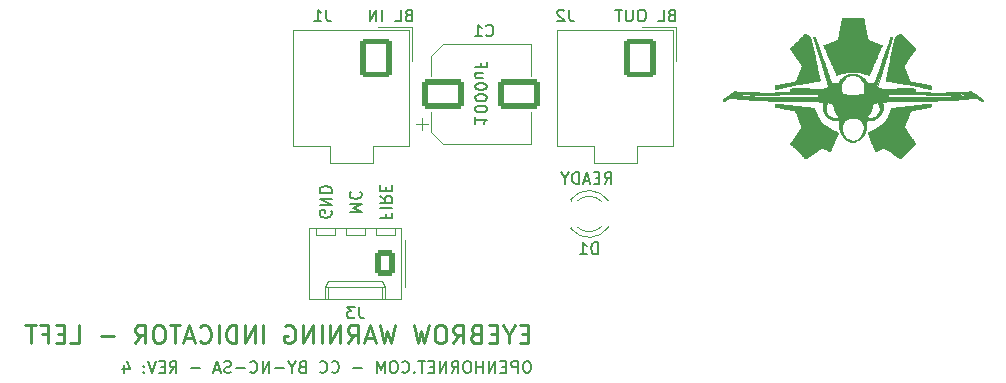
<source format=gbr>
%TF.GenerationSoftware,KiCad,Pcbnew,(6.0.9)*%
%TF.CreationDate,2023-01-27T19:17:15-09:00*%
%TF.ProjectId,EYEBROW WARNING INDICATOR_LEFT,45594542-524f-4572-9057-41524e494e47,rev?*%
%TF.SameCoordinates,Original*%
%TF.FileFunction,Legend,Bot*%
%TF.FilePolarity,Positive*%
%FSLAX46Y46*%
G04 Gerber Fmt 4.6, Leading zero omitted, Abs format (unit mm)*
G04 Created by KiCad (PCBNEW (6.0.9)) date 2023-01-27 19:17:15*
%MOMM*%
%LPD*%
G01*
G04 APERTURE LIST*
G04 Aperture macros list*
%AMRoundRect*
0 Rectangle with rounded corners*
0 $1 Rounding radius*
0 $2 $3 $4 $5 $6 $7 $8 $9 X,Y pos of 4 corners*
0 Add a 4 corners polygon primitive as box body*
4,1,4,$2,$3,$4,$5,$6,$7,$8,$9,$2,$3,0*
0 Add four circle primitives for the rounded corners*
1,1,$1+$1,$2,$3*
1,1,$1+$1,$4,$5*
1,1,$1+$1,$6,$7*
1,1,$1+$1,$8,$9*
0 Add four rect primitives between the rounded corners*
20,1,$1+$1,$2,$3,$4,$5,0*
20,1,$1+$1,$4,$5,$6,$7,0*
20,1,$1+$1,$6,$7,$8,$9,0*
20,1,$1+$1,$8,$9,$2,$3,0*%
G04 Aperture macros list end*
%ADD10C,0.150000*%
%ADD11C,0.250000*%
%ADD12C,0.120000*%
%ADD13C,0.010000*%
%ADD14RoundRect,0.250000X0.620000X0.845000X-0.620000X0.845000X-0.620000X-0.845000X0.620000X-0.845000X0*%
%ADD15O,1.740000X2.190000*%
%ADD16RoundRect,0.250000X-1.500000X-1.000000X1.500000X-1.000000X1.500000X1.000000X-1.500000X1.000000X0*%
%ADD17C,1.700000*%
%ADD18RoundRect,0.250001X1.099999X1.399999X-1.099999X1.399999X-1.099999X-1.399999X1.099999X-1.399999X0*%
%ADD19O,2.700000X3.300000*%
%ADD20C,2.500000*%
%ADD21C,1.800000*%
%ADD22R,1.800000X1.800000*%
G04 APERTURE END LIST*
D10*
X161198999Y-84320477D02*
X161532332Y-83844287D01*
X161770427Y-84320477D02*
X161770427Y-83320477D01*
X161389475Y-83320477D01*
X161294237Y-83368097D01*
X161246618Y-83415716D01*
X161198999Y-83510954D01*
X161198999Y-83653811D01*
X161246618Y-83749049D01*
X161294237Y-83796668D01*
X161389475Y-83844287D01*
X161770427Y-83844287D01*
X160770427Y-83796668D02*
X160437094Y-83796668D01*
X160294237Y-84320477D02*
X160770427Y-84320477D01*
X160770427Y-83320477D01*
X160294237Y-83320477D01*
X159913284Y-84034763D02*
X159437094Y-84034763D01*
X160008522Y-84320477D02*
X159675189Y-83320477D01*
X159341856Y-84320477D01*
X159008522Y-84320477D02*
X159008522Y-83320477D01*
X158770427Y-83320477D01*
X158627570Y-83368097D01*
X158532332Y-83463335D01*
X158484713Y-83558573D01*
X158437094Y-83749049D01*
X158437094Y-83891906D01*
X158484713Y-84082382D01*
X158532332Y-84177620D01*
X158627570Y-84272858D01*
X158770427Y-84320477D01*
X159008522Y-84320477D01*
X157818046Y-83844287D02*
X157818046Y-84320477D01*
X158151379Y-83320477D02*
X157818046Y-83844287D01*
X157484713Y-83320477D01*
X150246618Y-78641906D02*
X150246618Y-79213335D01*
X150246618Y-78927620D02*
X151246618Y-78927620D01*
X151103760Y-79022858D01*
X151008522Y-79118097D01*
X150960903Y-79213335D01*
X151246618Y-78022858D02*
X151246618Y-77927620D01*
X151198999Y-77832382D01*
X151151379Y-77784763D01*
X151056141Y-77737144D01*
X150865665Y-77689525D01*
X150627570Y-77689525D01*
X150437094Y-77737144D01*
X150341856Y-77784763D01*
X150294237Y-77832382D01*
X150246618Y-77927620D01*
X150246618Y-78022858D01*
X150294237Y-78118097D01*
X150341856Y-78165716D01*
X150437094Y-78213335D01*
X150627570Y-78260954D01*
X150865665Y-78260954D01*
X151056141Y-78213335D01*
X151151379Y-78165716D01*
X151198999Y-78118097D01*
X151246618Y-78022858D01*
X151246618Y-77070477D02*
X151246618Y-76975239D01*
X151198999Y-76880001D01*
X151151379Y-76832382D01*
X151056141Y-76784763D01*
X150865665Y-76737144D01*
X150627570Y-76737144D01*
X150437094Y-76784763D01*
X150341856Y-76832382D01*
X150294237Y-76880001D01*
X150246618Y-76975239D01*
X150246618Y-77070477D01*
X150294237Y-77165716D01*
X150341856Y-77213335D01*
X150437094Y-77260954D01*
X150627570Y-77308573D01*
X150865665Y-77308573D01*
X151056141Y-77260954D01*
X151151379Y-77213335D01*
X151198999Y-77165716D01*
X151246618Y-77070477D01*
X151246618Y-76118097D02*
X151246618Y-76022858D01*
X151198999Y-75927620D01*
X151151379Y-75880001D01*
X151056141Y-75832382D01*
X150865665Y-75784763D01*
X150627570Y-75784763D01*
X150437094Y-75832382D01*
X150341856Y-75880001D01*
X150294237Y-75927620D01*
X150246618Y-76022858D01*
X150246618Y-76118097D01*
X150294237Y-76213335D01*
X150341856Y-76260954D01*
X150437094Y-76308573D01*
X150627570Y-76356192D01*
X150865665Y-76356192D01*
X151056141Y-76308573D01*
X151151379Y-76260954D01*
X151198999Y-76213335D01*
X151246618Y-76118097D01*
X150913284Y-74927620D02*
X150246618Y-74927620D01*
X150913284Y-75356192D02*
X150389475Y-75356192D01*
X150294237Y-75308573D01*
X150246618Y-75213335D01*
X150246618Y-75070477D01*
X150294237Y-74975239D01*
X150341856Y-74927620D01*
X150770427Y-74118097D02*
X150770427Y-74451430D01*
X150246618Y-74451430D02*
X151246618Y-74451430D01*
X151246618Y-73975239D01*
D11*
X154744236Y-97010954D02*
X154244236Y-97010954D01*
X154029950Y-97796668D02*
X154744236Y-97796668D01*
X154744236Y-96296668D01*
X154029950Y-96296668D01*
X153101379Y-97082382D02*
X153101379Y-97796668D01*
X153601379Y-96296668D02*
X153101379Y-97082382D01*
X152601379Y-96296668D01*
X152101379Y-97010954D02*
X151601379Y-97010954D01*
X151387093Y-97796668D02*
X152101379Y-97796668D01*
X152101379Y-96296668D01*
X151387093Y-96296668D01*
X150244236Y-97010954D02*
X150029950Y-97082382D01*
X149958522Y-97153811D01*
X149887093Y-97296668D01*
X149887093Y-97510954D01*
X149958522Y-97653811D01*
X150029950Y-97725239D01*
X150172807Y-97796668D01*
X150744236Y-97796668D01*
X150744236Y-96296668D01*
X150244236Y-96296668D01*
X150101379Y-96368097D01*
X150029950Y-96439525D01*
X149958522Y-96582382D01*
X149958522Y-96725239D01*
X150029950Y-96868097D01*
X150101379Y-96939525D01*
X150244236Y-97010954D01*
X150744236Y-97010954D01*
X148387093Y-97796668D02*
X148887093Y-97082382D01*
X149244236Y-97796668D02*
X149244236Y-96296668D01*
X148672807Y-96296668D01*
X148529950Y-96368097D01*
X148458522Y-96439525D01*
X148387093Y-96582382D01*
X148387093Y-96796668D01*
X148458522Y-96939525D01*
X148529950Y-97010954D01*
X148672807Y-97082382D01*
X149244236Y-97082382D01*
X147458522Y-96296668D02*
X147172807Y-96296668D01*
X147029950Y-96368097D01*
X146887093Y-96510954D01*
X146815665Y-96796668D01*
X146815665Y-97296668D01*
X146887093Y-97582382D01*
X147029950Y-97725239D01*
X147172807Y-97796668D01*
X147458522Y-97796668D01*
X147601379Y-97725239D01*
X147744236Y-97582382D01*
X147815665Y-97296668D01*
X147815665Y-96796668D01*
X147744236Y-96510954D01*
X147601379Y-96368097D01*
X147458522Y-96296668D01*
X146315665Y-96296668D02*
X145958522Y-97796668D01*
X145672807Y-96725239D01*
X145387093Y-97796668D01*
X145029950Y-96296668D01*
X143458522Y-96296668D02*
X143101379Y-97796668D01*
X142815665Y-96725239D01*
X142529950Y-97796668D01*
X142172807Y-96296668D01*
X141672807Y-97368097D02*
X140958522Y-97368097D01*
X141815665Y-97796668D02*
X141315665Y-96296668D01*
X140815665Y-97796668D01*
X139458522Y-97796668D02*
X139958522Y-97082382D01*
X140315665Y-97796668D02*
X140315665Y-96296668D01*
X139744236Y-96296668D01*
X139601379Y-96368097D01*
X139529950Y-96439525D01*
X139458522Y-96582382D01*
X139458522Y-96796668D01*
X139529950Y-96939525D01*
X139601379Y-97010954D01*
X139744236Y-97082382D01*
X140315665Y-97082382D01*
X138815665Y-97796668D02*
X138815665Y-96296668D01*
X137958522Y-97796668D01*
X137958522Y-96296668D01*
X137244236Y-97796668D02*
X137244236Y-96296668D01*
X136529950Y-97796668D02*
X136529950Y-96296668D01*
X135672807Y-97796668D01*
X135672807Y-96296668D01*
X134172807Y-96368097D02*
X134315665Y-96296668D01*
X134529950Y-96296668D01*
X134744236Y-96368097D01*
X134887093Y-96510954D01*
X134958522Y-96653811D01*
X135029950Y-96939525D01*
X135029950Y-97153811D01*
X134958522Y-97439525D01*
X134887093Y-97582382D01*
X134744236Y-97725239D01*
X134529950Y-97796668D01*
X134387093Y-97796668D01*
X134172807Y-97725239D01*
X134101379Y-97653811D01*
X134101379Y-97153811D01*
X134387093Y-97153811D01*
X132315665Y-97796668D02*
X132315665Y-96296668D01*
X131601379Y-97796668D02*
X131601379Y-96296668D01*
X130744236Y-97796668D01*
X130744236Y-96296668D01*
X130029950Y-97796668D02*
X130029950Y-96296668D01*
X129672807Y-96296668D01*
X129458522Y-96368097D01*
X129315665Y-96510954D01*
X129244236Y-96653811D01*
X129172807Y-96939525D01*
X129172807Y-97153811D01*
X129244236Y-97439525D01*
X129315665Y-97582382D01*
X129458522Y-97725239D01*
X129672807Y-97796668D01*
X130029950Y-97796668D01*
X128529950Y-97796668D02*
X128529950Y-96296668D01*
X126958522Y-97653811D02*
X127029950Y-97725239D01*
X127244236Y-97796668D01*
X127387093Y-97796668D01*
X127601379Y-97725239D01*
X127744236Y-97582382D01*
X127815665Y-97439525D01*
X127887093Y-97153811D01*
X127887093Y-96939525D01*
X127815665Y-96653811D01*
X127744236Y-96510954D01*
X127601379Y-96368097D01*
X127387093Y-96296668D01*
X127244236Y-96296668D01*
X127029950Y-96368097D01*
X126958522Y-96439525D01*
X126387093Y-97368097D02*
X125672807Y-97368097D01*
X126529950Y-97796668D02*
X126029950Y-96296668D01*
X125529950Y-97796668D01*
X125244236Y-96296668D02*
X124387093Y-96296668D01*
X124815665Y-97796668D02*
X124815665Y-96296668D01*
X123601379Y-96296668D02*
X123315665Y-96296668D01*
X123172807Y-96368097D01*
X123029950Y-96510954D01*
X122958522Y-96796668D01*
X122958522Y-97296668D01*
X123029950Y-97582382D01*
X123172807Y-97725239D01*
X123315665Y-97796668D01*
X123601379Y-97796668D01*
X123744236Y-97725239D01*
X123887093Y-97582382D01*
X123958522Y-97296668D01*
X123958522Y-96796668D01*
X123887093Y-96510954D01*
X123744236Y-96368097D01*
X123601379Y-96296668D01*
X121458522Y-97796668D02*
X121958522Y-97082382D01*
X122315665Y-97796668D02*
X122315665Y-96296668D01*
X121744236Y-96296668D01*
X121601379Y-96368097D01*
X121529950Y-96439525D01*
X121458522Y-96582382D01*
X121458522Y-96796668D01*
X121529950Y-96939525D01*
X121601379Y-97010954D01*
X121744236Y-97082382D01*
X122315665Y-97082382D01*
X119672807Y-97225239D02*
X118529950Y-97225239D01*
X115958522Y-97796668D02*
X116672807Y-97796668D01*
X116672807Y-96296668D01*
X115458522Y-97010954D02*
X114958522Y-97010954D01*
X114744236Y-97796668D02*
X115458522Y-97796668D01*
X115458522Y-96296668D01*
X114744236Y-96296668D01*
X113601379Y-97010954D02*
X114101379Y-97010954D01*
X114101379Y-97796668D02*
X114101379Y-96296668D01*
X113387093Y-96296668D01*
X113029950Y-96296668D02*
X112172807Y-96296668D01*
X112601379Y-97796668D02*
X112601379Y-96296668D01*
D10*
X154722808Y-99320477D02*
X154532332Y-99320477D01*
X154437094Y-99368097D01*
X154341856Y-99463335D01*
X154294237Y-99653811D01*
X154294237Y-99987144D01*
X154341856Y-100177620D01*
X154437094Y-100272858D01*
X154532332Y-100320477D01*
X154722808Y-100320477D01*
X154818046Y-100272858D01*
X154913284Y-100177620D01*
X154960903Y-99987144D01*
X154960903Y-99653811D01*
X154913284Y-99463335D01*
X154818046Y-99368097D01*
X154722808Y-99320477D01*
X153865665Y-100320477D02*
X153865665Y-99320477D01*
X153484713Y-99320477D01*
X153389475Y-99368097D01*
X153341856Y-99415716D01*
X153294237Y-99510954D01*
X153294237Y-99653811D01*
X153341856Y-99749049D01*
X153389475Y-99796668D01*
X153484713Y-99844287D01*
X153865665Y-99844287D01*
X152865665Y-99796668D02*
X152532332Y-99796668D01*
X152389475Y-100320477D02*
X152865665Y-100320477D01*
X152865665Y-99320477D01*
X152389475Y-99320477D01*
X151960903Y-100320477D02*
X151960903Y-99320477D01*
X151389475Y-100320477D01*
X151389475Y-99320477D01*
X150913284Y-100320477D02*
X150913284Y-99320477D01*
X150913284Y-99796668D02*
X150341856Y-99796668D01*
X150341856Y-100320477D02*
X150341856Y-99320477D01*
X149675189Y-99320477D02*
X149484713Y-99320477D01*
X149389475Y-99368097D01*
X149294237Y-99463335D01*
X149246618Y-99653811D01*
X149246618Y-99987144D01*
X149294237Y-100177620D01*
X149389475Y-100272858D01*
X149484713Y-100320477D01*
X149675189Y-100320477D01*
X149770427Y-100272858D01*
X149865665Y-100177620D01*
X149913284Y-99987144D01*
X149913284Y-99653811D01*
X149865665Y-99463335D01*
X149770427Y-99368097D01*
X149675189Y-99320477D01*
X148246618Y-100320477D02*
X148579951Y-99844287D01*
X148818046Y-100320477D02*
X148818046Y-99320477D01*
X148437094Y-99320477D01*
X148341856Y-99368097D01*
X148294237Y-99415716D01*
X148246618Y-99510954D01*
X148246618Y-99653811D01*
X148294237Y-99749049D01*
X148341856Y-99796668D01*
X148437094Y-99844287D01*
X148818046Y-99844287D01*
X147818046Y-100320477D02*
X147818046Y-99320477D01*
X147246618Y-100320477D01*
X147246618Y-99320477D01*
X146770427Y-99796668D02*
X146437094Y-99796668D01*
X146294237Y-100320477D02*
X146770427Y-100320477D01*
X146770427Y-99320477D01*
X146294237Y-99320477D01*
X146008522Y-99320477D02*
X145437094Y-99320477D01*
X145722808Y-100320477D02*
X145722808Y-99320477D01*
X145103760Y-100225239D02*
X145056141Y-100272858D01*
X145103760Y-100320477D01*
X145151379Y-100272858D01*
X145103760Y-100225239D01*
X145103760Y-100320477D01*
X144056141Y-100225239D02*
X144103760Y-100272858D01*
X144246618Y-100320477D01*
X144341856Y-100320477D01*
X144484713Y-100272858D01*
X144579951Y-100177620D01*
X144627570Y-100082382D01*
X144675189Y-99891906D01*
X144675189Y-99749049D01*
X144627570Y-99558573D01*
X144579951Y-99463335D01*
X144484713Y-99368097D01*
X144341856Y-99320477D01*
X144246618Y-99320477D01*
X144103760Y-99368097D01*
X144056141Y-99415716D01*
X143437094Y-99320477D02*
X143246618Y-99320477D01*
X143151379Y-99368097D01*
X143056141Y-99463335D01*
X143008522Y-99653811D01*
X143008522Y-99987144D01*
X143056141Y-100177620D01*
X143151379Y-100272858D01*
X143246618Y-100320477D01*
X143437094Y-100320477D01*
X143532332Y-100272858D01*
X143627570Y-100177620D01*
X143675189Y-99987144D01*
X143675189Y-99653811D01*
X143627570Y-99463335D01*
X143532332Y-99368097D01*
X143437094Y-99320477D01*
X142579951Y-100320477D02*
X142579951Y-99320477D01*
X142246618Y-100034763D01*
X141913284Y-99320477D01*
X141913284Y-100320477D01*
X140675189Y-99939525D02*
X139913284Y-99939525D01*
X138103760Y-100225239D02*
X138151379Y-100272858D01*
X138294237Y-100320477D01*
X138389475Y-100320477D01*
X138532332Y-100272858D01*
X138627570Y-100177620D01*
X138675189Y-100082382D01*
X138722808Y-99891906D01*
X138722808Y-99749049D01*
X138675189Y-99558573D01*
X138627570Y-99463335D01*
X138532332Y-99368097D01*
X138389475Y-99320477D01*
X138294237Y-99320477D01*
X138151379Y-99368097D01*
X138103760Y-99415716D01*
X137103760Y-100225239D02*
X137151379Y-100272858D01*
X137294237Y-100320477D01*
X137389475Y-100320477D01*
X137532332Y-100272858D01*
X137627570Y-100177620D01*
X137675189Y-100082382D01*
X137722808Y-99891906D01*
X137722808Y-99749049D01*
X137675189Y-99558573D01*
X137627570Y-99463335D01*
X137532332Y-99368097D01*
X137389475Y-99320477D01*
X137294237Y-99320477D01*
X137151379Y-99368097D01*
X137103760Y-99415716D01*
X135579951Y-99796668D02*
X135437094Y-99844287D01*
X135389475Y-99891906D01*
X135341856Y-99987144D01*
X135341856Y-100130001D01*
X135389475Y-100225239D01*
X135437094Y-100272858D01*
X135532332Y-100320477D01*
X135913284Y-100320477D01*
X135913284Y-99320477D01*
X135579951Y-99320477D01*
X135484713Y-99368097D01*
X135437094Y-99415716D01*
X135389475Y-99510954D01*
X135389475Y-99606192D01*
X135437094Y-99701430D01*
X135484713Y-99749049D01*
X135579951Y-99796668D01*
X135913284Y-99796668D01*
X134722808Y-99844287D02*
X134722808Y-100320477D01*
X135056141Y-99320477D02*
X134722808Y-99844287D01*
X134389475Y-99320477D01*
X134056141Y-99939525D02*
X133294237Y-99939525D01*
X132818046Y-100320477D02*
X132818046Y-99320477D01*
X132246618Y-100320477D01*
X132246618Y-99320477D01*
X131198999Y-100225239D02*
X131246618Y-100272858D01*
X131389475Y-100320477D01*
X131484713Y-100320477D01*
X131627570Y-100272858D01*
X131722808Y-100177620D01*
X131770427Y-100082382D01*
X131818046Y-99891906D01*
X131818046Y-99749049D01*
X131770427Y-99558573D01*
X131722808Y-99463335D01*
X131627570Y-99368097D01*
X131484713Y-99320477D01*
X131389475Y-99320477D01*
X131246618Y-99368097D01*
X131198999Y-99415716D01*
X130770427Y-99939525D02*
X130008522Y-99939525D01*
X129579951Y-100272858D02*
X129437094Y-100320477D01*
X129198999Y-100320477D01*
X129103760Y-100272858D01*
X129056141Y-100225239D01*
X129008522Y-100130001D01*
X129008522Y-100034763D01*
X129056141Y-99939525D01*
X129103760Y-99891906D01*
X129198999Y-99844287D01*
X129389475Y-99796668D01*
X129484713Y-99749049D01*
X129532332Y-99701430D01*
X129579951Y-99606192D01*
X129579951Y-99510954D01*
X129532332Y-99415716D01*
X129484713Y-99368097D01*
X129389475Y-99320477D01*
X129151379Y-99320477D01*
X129008522Y-99368097D01*
X128627570Y-100034763D02*
X128151379Y-100034763D01*
X128722808Y-100320477D02*
X128389475Y-99320477D01*
X128056141Y-100320477D01*
X126960903Y-99939525D02*
X126198999Y-99939525D01*
X124389475Y-100320477D02*
X124722808Y-99844287D01*
X124960903Y-100320477D02*
X124960903Y-99320477D01*
X124579951Y-99320477D01*
X124484713Y-99368097D01*
X124437094Y-99415716D01*
X124389475Y-99510954D01*
X124389475Y-99653811D01*
X124437094Y-99749049D01*
X124484713Y-99796668D01*
X124579951Y-99844287D01*
X124960903Y-99844287D01*
X123960903Y-99796668D02*
X123627570Y-99796668D01*
X123484713Y-100320477D02*
X123960903Y-100320477D01*
X123960903Y-99320477D01*
X123484713Y-99320477D01*
X123198999Y-99320477D02*
X122865665Y-100320477D01*
X122532332Y-99320477D01*
X122198998Y-100225239D02*
X122151379Y-100272858D01*
X122198998Y-100320477D01*
X122246618Y-100272858D01*
X122198998Y-100225239D01*
X122198998Y-100320477D01*
X122198998Y-99701430D02*
X122151379Y-99749049D01*
X122198998Y-99796668D01*
X122246618Y-99749049D01*
X122198998Y-99701430D01*
X122198998Y-99796668D01*
X120532332Y-99653811D02*
X120532332Y-100320477D01*
X120770427Y-99272858D02*
X121008522Y-99987144D01*
X120389475Y-99987144D01*
X142692427Y-86889716D02*
X142692427Y-87223049D01*
X142168618Y-87223049D02*
X143168618Y-87223049D01*
X143168618Y-86746858D01*
X142168618Y-86365906D02*
X143168618Y-86365906D01*
X142168618Y-85318287D02*
X142644808Y-85651620D01*
X142168618Y-85889716D02*
X143168618Y-85889716D01*
X143168618Y-85508763D01*
X143120999Y-85413525D01*
X143073379Y-85365906D01*
X142978141Y-85318287D01*
X142835284Y-85318287D01*
X142740046Y-85365906D01*
X142692427Y-85413525D01*
X142644808Y-85508763D01*
X142644808Y-85889716D01*
X142692427Y-84889716D02*
X142692427Y-84556382D01*
X142168618Y-84413525D02*
X142168618Y-84889716D01*
X143168618Y-84889716D01*
X143168618Y-84413525D01*
X139628618Y-86675430D02*
X140628618Y-86675430D01*
X139914332Y-86342097D01*
X140628618Y-86008763D01*
X139628618Y-86008763D01*
X139723856Y-84961144D02*
X139676237Y-85008763D01*
X139628618Y-85151620D01*
X139628618Y-85246858D01*
X139676237Y-85389716D01*
X139771475Y-85484954D01*
X139866713Y-85532573D01*
X140057189Y-85580192D01*
X140200046Y-85580192D01*
X140390522Y-85532573D01*
X140485760Y-85484954D01*
X140580999Y-85389716D01*
X140628618Y-85246858D01*
X140628618Y-85151620D01*
X140580999Y-85008763D01*
X140533379Y-84961144D01*
X138040999Y-86604001D02*
X138088618Y-86699239D01*
X138088618Y-86842097D01*
X138040999Y-86984954D01*
X137945760Y-87080192D01*
X137850522Y-87127811D01*
X137660046Y-87175430D01*
X137517189Y-87175430D01*
X137326713Y-87127811D01*
X137231475Y-87080192D01*
X137136237Y-86984954D01*
X137088618Y-86842097D01*
X137088618Y-86746858D01*
X137136237Y-86604001D01*
X137183856Y-86556382D01*
X137517189Y-86556382D01*
X137517189Y-86746858D01*
X137088618Y-86127811D02*
X138088618Y-86127811D01*
X137088618Y-85556382D01*
X138088618Y-85556382D01*
X137088618Y-85080192D02*
X138088618Y-85080192D01*
X138088618Y-84842097D01*
X138040999Y-84699239D01*
X137945760Y-84604001D01*
X137850522Y-84556382D01*
X137660046Y-84508763D01*
X137517189Y-84508763D01*
X137326713Y-84556382D01*
X137231475Y-84604001D01*
X137136237Y-84699239D01*
X137088618Y-84842097D01*
X137088618Y-85080192D01*
%TO.C,J3*%
X140414332Y-94692477D02*
X140414332Y-95406763D01*
X140461951Y-95549620D01*
X140557189Y-95644858D01*
X140700046Y-95692477D01*
X140795284Y-95692477D01*
X140033379Y-94692477D02*
X139414332Y-94692477D01*
X139747665Y-95073430D01*
X139604808Y-95073430D01*
X139509570Y-95121049D01*
X139461951Y-95168668D01*
X139414332Y-95263906D01*
X139414332Y-95502001D01*
X139461951Y-95597239D01*
X139509570Y-95644858D01*
X139604808Y-95692477D01*
X139890522Y-95692477D01*
X139985760Y-95644858D01*
X140033379Y-95597239D01*
%TO.C,C1*%
X151169665Y-71721239D02*
X151217284Y-71768858D01*
X151360141Y-71816477D01*
X151455379Y-71816477D01*
X151598237Y-71768858D01*
X151693475Y-71673620D01*
X151741094Y-71578382D01*
X151788713Y-71387906D01*
X151788713Y-71245049D01*
X151741094Y-71054573D01*
X151693475Y-70959335D01*
X151598237Y-70864097D01*
X151455379Y-70816477D01*
X151360141Y-70816477D01*
X151217284Y-70864097D01*
X151169665Y-70911716D01*
X150217284Y-71816477D02*
X150788713Y-71816477D01*
X150502999Y-71816477D02*
X150502999Y-70816477D01*
X150598237Y-70959335D01*
X150693475Y-71054573D01*
X150788713Y-71102192D01*
%TO.C,J2*%
X158194332Y-69546477D02*
X158194332Y-70260763D01*
X158241951Y-70403620D01*
X158337189Y-70498858D01*
X158480046Y-70546477D01*
X158575284Y-70546477D01*
X157765760Y-69641716D02*
X157718141Y-69594097D01*
X157622903Y-69546477D01*
X157384808Y-69546477D01*
X157289570Y-69594097D01*
X157241951Y-69641716D01*
X157194332Y-69736954D01*
X157194332Y-69832192D01*
X157241951Y-69975049D01*
X157813379Y-70546477D01*
X157194332Y-70546477D01*
X166861856Y-70022668D02*
X166718999Y-70070287D01*
X166671379Y-70117906D01*
X166623760Y-70213144D01*
X166623760Y-70356001D01*
X166671379Y-70451239D01*
X166718999Y-70498858D01*
X166814237Y-70546477D01*
X167195189Y-70546477D01*
X167195189Y-69546477D01*
X166861856Y-69546477D01*
X166766618Y-69594097D01*
X166718999Y-69641716D01*
X166671379Y-69736954D01*
X166671379Y-69832192D01*
X166718999Y-69927430D01*
X166766618Y-69975049D01*
X166861856Y-70022668D01*
X167195189Y-70022668D01*
X165718999Y-70546477D02*
X166195189Y-70546477D01*
X166195189Y-69546477D01*
X164433284Y-69546477D02*
X164242808Y-69546477D01*
X164147570Y-69594097D01*
X164052332Y-69689335D01*
X164004713Y-69879811D01*
X164004713Y-70213144D01*
X164052332Y-70403620D01*
X164147570Y-70498858D01*
X164242808Y-70546477D01*
X164433284Y-70546477D01*
X164528522Y-70498858D01*
X164623760Y-70403620D01*
X164671379Y-70213144D01*
X164671379Y-69879811D01*
X164623760Y-69689335D01*
X164528522Y-69594097D01*
X164433284Y-69546477D01*
X163576141Y-69546477D02*
X163576141Y-70356001D01*
X163528522Y-70451239D01*
X163480903Y-70498858D01*
X163385665Y-70546477D01*
X163195189Y-70546477D01*
X163099951Y-70498858D01*
X163052332Y-70451239D01*
X163004713Y-70356001D01*
X163004713Y-69546477D01*
X162671379Y-69546477D02*
X162099951Y-69546477D01*
X162385665Y-70546477D02*
X162385665Y-69546477D01*
%TO.C,J1*%
X137620332Y-69546477D02*
X137620332Y-70260763D01*
X137667951Y-70403620D01*
X137763189Y-70498858D01*
X137906046Y-70546477D01*
X138001284Y-70546477D01*
X136620332Y-70546477D02*
X137191760Y-70546477D01*
X136906046Y-70546477D02*
X136906046Y-69546477D01*
X137001284Y-69689335D01*
X137096522Y-69784573D01*
X137191760Y-69832192D01*
X144605189Y-70022668D02*
X144462332Y-70070287D01*
X144414713Y-70117906D01*
X144367094Y-70213144D01*
X144367094Y-70356001D01*
X144414713Y-70451239D01*
X144462332Y-70498858D01*
X144557570Y-70546477D01*
X144938522Y-70546477D01*
X144938522Y-69546477D01*
X144605189Y-69546477D01*
X144509951Y-69594097D01*
X144462332Y-69641716D01*
X144414713Y-69736954D01*
X144414713Y-69832192D01*
X144462332Y-69927430D01*
X144509951Y-69975049D01*
X144605189Y-70022668D01*
X144938522Y-70022668D01*
X143462332Y-70546477D02*
X143938522Y-70546477D01*
X143938522Y-69546477D01*
X142367094Y-70546477D02*
X142367094Y-69546477D01*
X141890903Y-70546477D02*
X141890903Y-69546477D01*
X141319475Y-70546477D01*
X141319475Y-69546477D01*
%TO.C,D1*%
X160631094Y-90270477D02*
X160631094Y-89270477D01*
X160392999Y-89270477D01*
X160250141Y-89318097D01*
X160154903Y-89413335D01*
X160107284Y-89508573D01*
X160059665Y-89699049D01*
X160059665Y-89841906D01*
X160107284Y-90032382D01*
X160154903Y-90127620D01*
X160250141Y-90222858D01*
X160392999Y-90270477D01*
X160631094Y-90270477D01*
X159107284Y-90270477D02*
X159678713Y-90270477D01*
X159392999Y-90270477D02*
X159392999Y-89270477D01*
X159488237Y-89413335D01*
X159583475Y-89508573D01*
X159678713Y-89556192D01*
D12*
%TO.C,J3*%
X137540999Y-93039097D02*
X137540999Y-94039097D01*
X138340999Y-88619097D02*
X136740999Y-88619097D01*
X140880999Y-88619097D02*
X139280999Y-88619097D01*
X142620999Y-93039097D02*
X137540999Y-93039097D01*
X144290999Y-89049097D02*
X144290999Y-93049097D01*
X138340999Y-88019097D02*
X138340999Y-88619097D01*
X144000999Y-88019097D02*
X144000999Y-94039097D01*
X142620999Y-93039097D02*
X142370999Y-92509097D01*
X142370999Y-92509097D02*
X137790999Y-92509097D01*
X136740999Y-88619097D02*
X136740999Y-88019097D01*
X140880999Y-88019097D02*
X140880999Y-88619097D01*
X137790999Y-94039097D02*
X137790999Y-93039097D01*
X136160999Y-88019097D02*
X144000999Y-88019097D01*
X137790999Y-92509097D02*
X137540999Y-93039097D01*
X142370999Y-94039097D02*
X142370999Y-93039097D01*
X143420999Y-88619097D02*
X141820999Y-88619097D01*
X144000999Y-94039097D02*
X136160999Y-94039097D01*
X143420999Y-88019097D02*
X143420999Y-88619097D01*
X139280999Y-88619097D02*
X139280999Y-88019097D01*
X141820999Y-88619097D02*
X141820999Y-88019097D01*
X136160999Y-94039097D02*
X136160999Y-88019097D01*
X142620999Y-94039097D02*
X142620999Y-93039097D01*
%TO.C,C1*%
X146488999Y-73502534D02*
X146488999Y-75188097D01*
X147553436Y-72438097D02*
X155008999Y-72438097D01*
X146488999Y-73502534D02*
X147553436Y-72438097D01*
X145748999Y-79708097D02*
X145748999Y-78708097D01*
X155008999Y-80958097D02*
X155008999Y-78208097D01*
X146488999Y-79893660D02*
X147553436Y-80958097D01*
X155008999Y-72438097D02*
X155008999Y-75188097D01*
X145248999Y-79208097D02*
X146248999Y-79208097D01*
X147553436Y-80958097D02*
X155008999Y-80958097D01*
X146488999Y-79893660D02*
X146488999Y-78208097D01*
%TO.C,J2*%
X160300999Y-82510097D02*
X162110999Y-82510097D01*
X157200999Y-71290097D02*
X157200999Y-81110097D01*
X163920999Y-82510097D02*
X162110999Y-82510097D01*
X163920999Y-81110097D02*
X163920999Y-82510097D01*
X167020999Y-71290097D02*
X167020999Y-81110097D01*
X160300999Y-81110097D02*
X160300999Y-82510097D01*
X164410999Y-71050097D02*
X167260999Y-71050097D01*
X167260999Y-71050097D02*
X167260999Y-73900097D01*
X167020999Y-81110097D02*
X163920999Y-81110097D01*
X157200999Y-81110097D02*
X160300999Y-81110097D01*
X162110999Y-71290097D02*
X167020999Y-71290097D01*
X162110999Y-71290097D02*
X157200999Y-71290097D01*
%TO.C,J1*%
X137948999Y-82510097D02*
X139758999Y-82510097D01*
X134848999Y-71290097D02*
X134848999Y-81110097D01*
X141568999Y-82510097D02*
X139758999Y-82510097D01*
X141568999Y-81110097D02*
X141568999Y-82510097D01*
X144668999Y-71290097D02*
X144668999Y-81110097D01*
X137948999Y-81110097D02*
X137948999Y-82510097D01*
X142058999Y-71050097D02*
X144908999Y-71050097D01*
X144908999Y-71050097D02*
X144908999Y-73900097D01*
X144668999Y-81110097D02*
X141568999Y-81110097D01*
X134848999Y-81110097D02*
X137948999Y-81110097D01*
X139758999Y-71290097D02*
X144668999Y-71290097D01*
X139758999Y-71290097D02*
X134848999Y-71290097D01*
%TO.C,G\u002A\u002A\u002A*%
G36*
X182510696Y-70273525D02*
G01*
X182617625Y-70273635D01*
X182710822Y-70273868D01*
X182791265Y-70274269D01*
X182859928Y-70274882D01*
X182917788Y-70275751D01*
X182965822Y-70276920D01*
X183005005Y-70278436D01*
X183036314Y-70280340D01*
X183060725Y-70282680D01*
X183079214Y-70285498D01*
X183092758Y-70288839D01*
X183102332Y-70292747D01*
X183108913Y-70297268D01*
X183113477Y-70302445D01*
X183117001Y-70308324D01*
X183120460Y-70314948D01*
X183121984Y-70320310D01*
X183126646Y-70341421D01*
X183134004Y-70377277D01*
X183143841Y-70426743D01*
X183155937Y-70488686D01*
X183170077Y-70561970D01*
X183186043Y-70645463D01*
X183203617Y-70738029D01*
X183222581Y-70838534D01*
X183242719Y-70945844D01*
X183263812Y-71058825D01*
X183285643Y-71176343D01*
X183308908Y-71301454D01*
X183332780Y-71428850D01*
X183355059Y-71546710D01*
X183375590Y-71654243D01*
X183394218Y-71750656D01*
X183410788Y-71835156D01*
X183425143Y-71906951D01*
X183437129Y-71965249D01*
X183446590Y-72009257D01*
X183453370Y-72038183D01*
X183457315Y-72051234D01*
X183458328Y-72053153D01*
X183476313Y-72078030D01*
X183497989Y-72097843D01*
X183507152Y-72102530D01*
X183531365Y-72113490D01*
X183568848Y-72129807D01*
X183618294Y-72150932D01*
X183678394Y-72176316D01*
X183747840Y-72205408D01*
X183825324Y-72237660D01*
X183909539Y-72272521D01*
X183999177Y-72309441D01*
X184092929Y-72347872D01*
X184116152Y-72357376D01*
X184222827Y-72401212D01*
X184319655Y-72441311D01*
X184405898Y-72477355D01*
X184480823Y-72509031D01*
X184543692Y-72536023D01*
X184593771Y-72558015D01*
X184630323Y-72574693D01*
X184652613Y-72585741D01*
X184659905Y-72590843D01*
X184658423Y-72594589D01*
X184650767Y-72612676D01*
X184636924Y-72644924D01*
X184617254Y-72690499D01*
X184592122Y-72748568D01*
X184561888Y-72818298D01*
X184526915Y-72898856D01*
X184487566Y-72989407D01*
X184444202Y-73089118D01*
X184397186Y-73197157D01*
X184346880Y-73312689D01*
X184293646Y-73434881D01*
X184237846Y-73562899D01*
X184179843Y-73695911D01*
X184119999Y-73833082D01*
X184081689Y-73920841D01*
X184022960Y-74055239D01*
X183966257Y-74184838D01*
X183911943Y-74308814D01*
X183860384Y-74426342D01*
X183811943Y-74536595D01*
X183766984Y-74638749D01*
X183725871Y-74731979D01*
X183688968Y-74815459D01*
X183656639Y-74888364D01*
X183629249Y-74949869D01*
X183607161Y-74999149D01*
X183590739Y-75035379D01*
X183580348Y-75057733D01*
X183576351Y-75065386D01*
X183570144Y-75064047D01*
X183549836Y-75058544D01*
X183518257Y-75049527D01*
X183478190Y-75037791D01*
X183432418Y-75024135D01*
X183346927Y-74999245D01*
X183223810Y-74965911D01*
X183096809Y-74934133D01*
X182969218Y-74904634D01*
X182844329Y-74878134D01*
X182725438Y-74855356D01*
X182615836Y-74837023D01*
X182518817Y-74823855D01*
X182485279Y-74820614D01*
X182421058Y-74816622D01*
X182346673Y-74814050D01*
X182265506Y-74812856D01*
X182180941Y-74813000D01*
X182096360Y-74814439D01*
X182015145Y-74817133D01*
X181940681Y-74821040D01*
X181876349Y-74826119D01*
X181825532Y-74832329D01*
X181738282Y-74847106D01*
X181615532Y-74870637D01*
X181484501Y-74898404D01*
X181349436Y-74929424D01*
X181214583Y-74962714D01*
X181084191Y-74997291D01*
X180962505Y-75032170D01*
X180935990Y-75040042D01*
X180895202Y-75051641D01*
X180866886Y-75058647D01*
X180848648Y-75061509D01*
X180838095Y-75060679D01*
X180832836Y-75056608D01*
X180830966Y-75052748D01*
X180822591Y-75034523D01*
X180807914Y-75002192D01*
X180787309Y-74956587D01*
X180761150Y-74898540D01*
X180729809Y-74828882D01*
X180693661Y-74748447D01*
X180653079Y-74658065D01*
X180608437Y-74558570D01*
X180560108Y-74450792D01*
X180508465Y-74335565D01*
X180453882Y-74213719D01*
X180396733Y-74086088D01*
X180337392Y-73953503D01*
X180276231Y-73816796D01*
X180261162Y-73783107D01*
X180188328Y-73620176D01*
X180122133Y-73471933D01*
X180062305Y-73337754D01*
X180008574Y-73217014D01*
X179960667Y-73109088D01*
X179918313Y-73013351D01*
X179881241Y-72929180D01*
X179849178Y-72855948D01*
X179821855Y-72793033D01*
X179798998Y-72739808D01*
X179780336Y-72695650D01*
X179765599Y-72659934D01*
X179754514Y-72632035D01*
X179746809Y-72611328D01*
X179742215Y-72597190D01*
X179740458Y-72588994D01*
X179741267Y-72586117D01*
X179748993Y-72583724D01*
X179772141Y-72575198D01*
X179808091Y-72561244D01*
X179855343Y-72542484D01*
X179912398Y-72519540D01*
X179977758Y-72493033D01*
X180049922Y-72463586D01*
X180127392Y-72431821D01*
X180208669Y-72398358D01*
X180292253Y-72363821D01*
X180376646Y-72328831D01*
X180460348Y-72294009D01*
X180541860Y-72259979D01*
X180619683Y-72227361D01*
X180692317Y-72196778D01*
X180758265Y-72168852D01*
X180816025Y-72144203D01*
X180864100Y-72123455D01*
X180900991Y-72107230D01*
X180925197Y-72096148D01*
X180935220Y-72090832D01*
X180951384Y-72073045D01*
X180966785Y-72050159D01*
X180968524Y-72044531D01*
X180973570Y-72022899D01*
X180981312Y-71986514D01*
X180991527Y-71936525D01*
X181003992Y-71874080D01*
X181018481Y-71800325D01*
X181034773Y-71716409D01*
X181052644Y-71623478D01*
X181071868Y-71522682D01*
X181092225Y-71415167D01*
X181113488Y-71302082D01*
X181135436Y-71184573D01*
X181149998Y-71106466D01*
X181171452Y-70991855D01*
X181192028Y-70882467D01*
X181211506Y-70779445D01*
X181229668Y-70683932D01*
X181246292Y-70597071D01*
X181261158Y-70520005D01*
X181274048Y-70453876D01*
X181284742Y-70399828D01*
X181293019Y-70359002D01*
X181298659Y-70332543D01*
X181301443Y-70321592D01*
X181314420Y-70303852D01*
X181334377Y-70287596D01*
X181338240Y-70285701D01*
X181344929Y-70283607D01*
X181354673Y-70281765D01*
X181368463Y-70280159D01*
X181387290Y-70278773D01*
X181412146Y-70277591D01*
X181444022Y-70276598D01*
X181483909Y-70275777D01*
X181532799Y-70275112D01*
X181591683Y-70274588D01*
X181661552Y-70274188D01*
X181743398Y-70273896D01*
X181838212Y-70273697D01*
X181946986Y-70273575D01*
X182070710Y-70273514D01*
X182210376Y-70273497D01*
X182251738Y-70273497D01*
X182389059Y-70273494D01*
X182510696Y-70273525D01*
G37*
D13*
X182510696Y-70273525D02*
X182617625Y-70273635D01*
X182710822Y-70273868D01*
X182791265Y-70274269D01*
X182859928Y-70274882D01*
X182917788Y-70275751D01*
X182965822Y-70276920D01*
X183005005Y-70278436D01*
X183036314Y-70280340D01*
X183060725Y-70282680D01*
X183079214Y-70285498D01*
X183092758Y-70288839D01*
X183102332Y-70292747D01*
X183108913Y-70297268D01*
X183113477Y-70302445D01*
X183117001Y-70308324D01*
X183120460Y-70314948D01*
X183121984Y-70320310D01*
X183126646Y-70341421D01*
X183134004Y-70377277D01*
X183143841Y-70426743D01*
X183155937Y-70488686D01*
X183170077Y-70561970D01*
X183186043Y-70645463D01*
X183203617Y-70738029D01*
X183222581Y-70838534D01*
X183242719Y-70945844D01*
X183263812Y-71058825D01*
X183285643Y-71176343D01*
X183308908Y-71301454D01*
X183332780Y-71428850D01*
X183355059Y-71546710D01*
X183375590Y-71654243D01*
X183394218Y-71750656D01*
X183410788Y-71835156D01*
X183425143Y-71906951D01*
X183437129Y-71965249D01*
X183446590Y-72009257D01*
X183453370Y-72038183D01*
X183457315Y-72051234D01*
X183458328Y-72053153D01*
X183476313Y-72078030D01*
X183497989Y-72097843D01*
X183507152Y-72102530D01*
X183531365Y-72113490D01*
X183568848Y-72129807D01*
X183618294Y-72150932D01*
X183678394Y-72176316D01*
X183747840Y-72205408D01*
X183825324Y-72237660D01*
X183909539Y-72272521D01*
X183999177Y-72309441D01*
X184092929Y-72347872D01*
X184116152Y-72357376D01*
X184222827Y-72401212D01*
X184319655Y-72441311D01*
X184405898Y-72477355D01*
X184480823Y-72509031D01*
X184543692Y-72536023D01*
X184593771Y-72558015D01*
X184630323Y-72574693D01*
X184652613Y-72585741D01*
X184659905Y-72590843D01*
X184658423Y-72594589D01*
X184650767Y-72612676D01*
X184636924Y-72644924D01*
X184617254Y-72690499D01*
X184592122Y-72748568D01*
X184561888Y-72818298D01*
X184526915Y-72898856D01*
X184487566Y-72989407D01*
X184444202Y-73089118D01*
X184397186Y-73197157D01*
X184346880Y-73312689D01*
X184293646Y-73434881D01*
X184237846Y-73562899D01*
X184179843Y-73695911D01*
X184119999Y-73833082D01*
X184081689Y-73920841D01*
X184022960Y-74055239D01*
X183966257Y-74184838D01*
X183911943Y-74308814D01*
X183860384Y-74426342D01*
X183811943Y-74536595D01*
X183766984Y-74638749D01*
X183725871Y-74731979D01*
X183688968Y-74815459D01*
X183656639Y-74888364D01*
X183629249Y-74949869D01*
X183607161Y-74999149D01*
X183590739Y-75035379D01*
X183580348Y-75057733D01*
X183576351Y-75065386D01*
X183570144Y-75064047D01*
X183549836Y-75058544D01*
X183518257Y-75049527D01*
X183478190Y-75037791D01*
X183432418Y-75024135D01*
X183346927Y-74999245D01*
X183223810Y-74965911D01*
X183096809Y-74934133D01*
X182969218Y-74904634D01*
X182844329Y-74878134D01*
X182725438Y-74855356D01*
X182615836Y-74837023D01*
X182518817Y-74823855D01*
X182485279Y-74820614D01*
X182421058Y-74816622D01*
X182346673Y-74814050D01*
X182265506Y-74812856D01*
X182180941Y-74813000D01*
X182096360Y-74814439D01*
X182015145Y-74817133D01*
X181940681Y-74821040D01*
X181876349Y-74826119D01*
X181825532Y-74832329D01*
X181738282Y-74847106D01*
X181615532Y-74870637D01*
X181484501Y-74898404D01*
X181349436Y-74929424D01*
X181214583Y-74962714D01*
X181084191Y-74997291D01*
X180962505Y-75032170D01*
X180935990Y-75040042D01*
X180895202Y-75051641D01*
X180866886Y-75058647D01*
X180848648Y-75061509D01*
X180838095Y-75060679D01*
X180832836Y-75056608D01*
X180830966Y-75052748D01*
X180822591Y-75034523D01*
X180807914Y-75002192D01*
X180787309Y-74956587D01*
X180761150Y-74898540D01*
X180729809Y-74828882D01*
X180693661Y-74748447D01*
X180653079Y-74658065D01*
X180608437Y-74558570D01*
X180560108Y-74450792D01*
X180508465Y-74335565D01*
X180453882Y-74213719D01*
X180396733Y-74086088D01*
X180337392Y-73953503D01*
X180276231Y-73816796D01*
X180261162Y-73783107D01*
X180188328Y-73620176D01*
X180122133Y-73471933D01*
X180062305Y-73337754D01*
X180008574Y-73217014D01*
X179960667Y-73109088D01*
X179918313Y-73013351D01*
X179881241Y-72929180D01*
X179849178Y-72855948D01*
X179821855Y-72793033D01*
X179798998Y-72739808D01*
X179780336Y-72695650D01*
X179765599Y-72659934D01*
X179754514Y-72632035D01*
X179746809Y-72611328D01*
X179742215Y-72597190D01*
X179740458Y-72588994D01*
X179741267Y-72586117D01*
X179748993Y-72583724D01*
X179772141Y-72575198D01*
X179808091Y-72561244D01*
X179855343Y-72542484D01*
X179912398Y-72519540D01*
X179977758Y-72493033D01*
X180049922Y-72463586D01*
X180127392Y-72431821D01*
X180208669Y-72398358D01*
X180292253Y-72363821D01*
X180376646Y-72328831D01*
X180460348Y-72294009D01*
X180541860Y-72259979D01*
X180619683Y-72227361D01*
X180692317Y-72196778D01*
X180758265Y-72168852D01*
X180816025Y-72144203D01*
X180864100Y-72123455D01*
X180900991Y-72107230D01*
X180925197Y-72096148D01*
X180935220Y-72090832D01*
X180951384Y-72073045D01*
X180966785Y-72050159D01*
X180968524Y-72044531D01*
X180973570Y-72022899D01*
X180981312Y-71986514D01*
X180991527Y-71936525D01*
X181003992Y-71874080D01*
X181018481Y-71800325D01*
X181034773Y-71716409D01*
X181052644Y-71623478D01*
X181071868Y-71522682D01*
X181092225Y-71415167D01*
X181113488Y-71302082D01*
X181135436Y-71184573D01*
X181149998Y-71106466D01*
X181171452Y-70991855D01*
X181192028Y-70882467D01*
X181211506Y-70779445D01*
X181229668Y-70683932D01*
X181246292Y-70597071D01*
X181261158Y-70520005D01*
X181274048Y-70453876D01*
X181284742Y-70399828D01*
X181293019Y-70359002D01*
X181298659Y-70332543D01*
X181301443Y-70321592D01*
X181314420Y-70303852D01*
X181334377Y-70287596D01*
X181338240Y-70285701D01*
X181344929Y-70283607D01*
X181354673Y-70281765D01*
X181368463Y-70280159D01*
X181387290Y-70278773D01*
X181412146Y-70277591D01*
X181444022Y-70276598D01*
X181483909Y-70275777D01*
X181532799Y-70275112D01*
X181591683Y-70274588D01*
X181661552Y-70274188D01*
X181743398Y-70273896D01*
X181838212Y-70273697D01*
X181946986Y-70273575D01*
X182070710Y-70273514D01*
X182210376Y-70273497D01*
X182251738Y-70273497D01*
X182389059Y-70273494D01*
X182510696Y-70273525D01*
G36*
X178214388Y-71595752D02*
G01*
X178215161Y-71595894D01*
X178229396Y-71602301D01*
X178255241Y-71617040D01*
X178290674Y-71638842D01*
X178333676Y-71666437D01*
X178382229Y-71698558D01*
X178434311Y-71733935D01*
X178631133Y-71869339D01*
X179005973Y-73609301D01*
X179007314Y-73615525D01*
X179052291Y-73824259D01*
X179093864Y-74017099D01*
X179132175Y-74194691D01*
X179167366Y-74357681D01*
X179199578Y-74506715D01*
X179228954Y-74642436D01*
X179255635Y-74765492D01*
X179279763Y-74876527D01*
X179301479Y-74976187D01*
X179320925Y-75065117D01*
X179338244Y-75143962D01*
X179353576Y-75213369D01*
X179367064Y-75273983D01*
X179378850Y-75326448D01*
X179389074Y-75371411D01*
X179397880Y-75409516D01*
X179405408Y-75441410D01*
X179411800Y-75467737D01*
X179417198Y-75489144D01*
X179421745Y-75506275D01*
X179425581Y-75519776D01*
X179426824Y-75529576D01*
X179421394Y-75537584D01*
X179405932Y-75545430D01*
X179377292Y-75555440D01*
X179375012Y-75556104D01*
X179355686Y-75560467D01*
X179321069Y-75567343D01*
X179272297Y-75576535D01*
X179210506Y-75587841D01*
X179136832Y-75601061D01*
X179052412Y-75615995D01*
X178958382Y-75632444D01*
X178855876Y-75650207D01*
X178746033Y-75669084D01*
X178629987Y-75688875D01*
X178508875Y-75709380D01*
X178383833Y-75730399D01*
X178371648Y-75732440D01*
X178244299Y-75753805D01*
X178119339Y-75774826D01*
X177998069Y-75795282D01*
X177881790Y-75814951D01*
X177771804Y-75833611D01*
X177669411Y-75851039D01*
X177575914Y-75867015D01*
X177492613Y-75881316D01*
X177420810Y-75893721D01*
X177361805Y-75904007D01*
X177316902Y-75911952D01*
X177287399Y-75917336D01*
X177250416Y-75924420D01*
X177156732Y-75943214D01*
X177051748Y-75965384D01*
X176934748Y-75991091D01*
X176805013Y-76020501D01*
X176661828Y-76053776D01*
X176504476Y-76091082D01*
X176332238Y-76132581D01*
X176144399Y-76178437D01*
X176056908Y-76199854D01*
X175972080Y-76220497D01*
X175893238Y-76239562D01*
X175821875Y-76256691D01*
X175759483Y-76271532D01*
X175707557Y-76283728D01*
X175667590Y-76292925D01*
X175641074Y-76298767D01*
X175629503Y-76300899D01*
X175609908Y-76301763D01*
X175612570Y-76153738D01*
X175615232Y-76005712D01*
X175640632Y-75980507D01*
X175640909Y-75980234D01*
X175645338Y-75976074D01*
X175650491Y-75972168D01*
X175657361Y-75968306D01*
X175666946Y-75964279D01*
X175680238Y-75959878D01*
X175698235Y-75954895D01*
X175721932Y-75949119D01*
X175752323Y-75942341D01*
X175790405Y-75934353D01*
X175837172Y-75924946D01*
X175893621Y-75913910D01*
X175960745Y-75901036D01*
X176039542Y-75886116D01*
X176131005Y-75868939D01*
X176236131Y-75849298D01*
X176355915Y-75826982D01*
X176491352Y-75801782D01*
X176553680Y-75790167D01*
X176667733Y-75768800D01*
X176776746Y-75748234D01*
X176879555Y-75728695D01*
X176975001Y-75710409D01*
X177061922Y-75693603D01*
X177139156Y-75678503D01*
X177205542Y-75665336D01*
X177259920Y-75654327D01*
X177301128Y-75645703D01*
X177328004Y-75639690D01*
X177339388Y-75636515D01*
X177358857Y-75623207D01*
X177378802Y-75603540D01*
X177378934Y-75603363D01*
X177384823Y-75592035D01*
X177396653Y-75566665D01*
X177413792Y-75528724D01*
X177435606Y-75479683D01*
X177461461Y-75421014D01*
X177490724Y-75354189D01*
X177522763Y-75280679D01*
X177556943Y-75201955D01*
X177592632Y-75119490D01*
X177629196Y-75034754D01*
X177666002Y-74949219D01*
X177702417Y-74864358D01*
X177737808Y-74781640D01*
X177771540Y-74702539D01*
X177802982Y-74628525D01*
X177831499Y-74561070D01*
X177856459Y-74501645D01*
X177877228Y-74451723D01*
X177893173Y-74412774D01*
X177903660Y-74386270D01*
X177908057Y-74373683D01*
X177908209Y-74372958D01*
X177909036Y-74351154D01*
X177905622Y-74325488D01*
X177901992Y-74317721D01*
X177889005Y-74295745D01*
X177867065Y-74260969D01*
X177836588Y-74214016D01*
X177797987Y-74155504D01*
X177751678Y-74086055D01*
X177698073Y-74006290D01*
X177637588Y-73916830D01*
X177570637Y-73818294D01*
X177497634Y-73711304D01*
X177418993Y-73596480D01*
X177329160Y-73465327D01*
X177247894Y-73346229D01*
X177175811Y-73240092D01*
X177112986Y-73147023D01*
X177059489Y-73067132D01*
X177015395Y-73000528D01*
X176980776Y-72947320D01*
X176955705Y-72907618D01*
X176940254Y-72881532D01*
X176934496Y-72869169D01*
X176933958Y-72848921D01*
X176943035Y-72816924D01*
X176943392Y-72816314D01*
X176953094Y-72804412D01*
X176973652Y-72781918D01*
X177004077Y-72749815D01*
X177043378Y-72709086D01*
X177090565Y-72660716D01*
X177144649Y-72605688D01*
X177204640Y-72544987D01*
X177269548Y-72479596D01*
X177338382Y-72410499D01*
X177410154Y-72338680D01*
X177483873Y-72265123D01*
X177558550Y-72190812D01*
X177633193Y-72116730D01*
X177706815Y-72043862D01*
X177778424Y-71973191D01*
X177847031Y-71905701D01*
X177911646Y-71842376D01*
X177971279Y-71784200D01*
X178024941Y-71732157D01*
X178071641Y-71687231D01*
X178110389Y-71650405D01*
X178140196Y-71622664D01*
X178160072Y-71604991D01*
X178169026Y-71598370D01*
X178187555Y-71595649D01*
X178214388Y-71595752D01*
G37*
X178214388Y-71595752D02*
X178215161Y-71595894D01*
X178229396Y-71602301D01*
X178255241Y-71617040D01*
X178290674Y-71638842D01*
X178333676Y-71666437D01*
X178382229Y-71698558D01*
X178434311Y-71733935D01*
X178631133Y-71869339D01*
X179005973Y-73609301D01*
X179007314Y-73615525D01*
X179052291Y-73824259D01*
X179093864Y-74017099D01*
X179132175Y-74194691D01*
X179167366Y-74357681D01*
X179199578Y-74506715D01*
X179228954Y-74642436D01*
X179255635Y-74765492D01*
X179279763Y-74876527D01*
X179301479Y-74976187D01*
X179320925Y-75065117D01*
X179338244Y-75143962D01*
X179353576Y-75213369D01*
X179367064Y-75273983D01*
X179378850Y-75326448D01*
X179389074Y-75371411D01*
X179397880Y-75409516D01*
X179405408Y-75441410D01*
X179411800Y-75467737D01*
X179417198Y-75489144D01*
X179421745Y-75506275D01*
X179425581Y-75519776D01*
X179426824Y-75529576D01*
X179421394Y-75537584D01*
X179405932Y-75545430D01*
X179377292Y-75555440D01*
X179375012Y-75556104D01*
X179355686Y-75560467D01*
X179321069Y-75567343D01*
X179272297Y-75576535D01*
X179210506Y-75587841D01*
X179136832Y-75601061D01*
X179052412Y-75615995D01*
X178958382Y-75632444D01*
X178855876Y-75650207D01*
X178746033Y-75669084D01*
X178629987Y-75688875D01*
X178508875Y-75709380D01*
X178383833Y-75730399D01*
X178371648Y-75732440D01*
X178244299Y-75753805D01*
X178119339Y-75774826D01*
X177998069Y-75795282D01*
X177881790Y-75814951D01*
X177771804Y-75833611D01*
X177669411Y-75851039D01*
X177575914Y-75867015D01*
X177492613Y-75881316D01*
X177420810Y-75893721D01*
X177361805Y-75904007D01*
X177316902Y-75911952D01*
X177287399Y-75917336D01*
X177250416Y-75924420D01*
X177156732Y-75943214D01*
X177051748Y-75965384D01*
X176934748Y-75991091D01*
X176805013Y-76020501D01*
X176661828Y-76053776D01*
X176504476Y-76091082D01*
X176332238Y-76132581D01*
X176144399Y-76178437D01*
X176056908Y-76199854D01*
X175972080Y-76220497D01*
X175893238Y-76239562D01*
X175821875Y-76256691D01*
X175759483Y-76271532D01*
X175707557Y-76283728D01*
X175667590Y-76292925D01*
X175641074Y-76298767D01*
X175629503Y-76300899D01*
X175609908Y-76301763D01*
X175612570Y-76153738D01*
X175615232Y-76005712D01*
X175640632Y-75980507D01*
X175640909Y-75980234D01*
X175645338Y-75976074D01*
X175650491Y-75972168D01*
X175657361Y-75968306D01*
X175666946Y-75964279D01*
X175680238Y-75959878D01*
X175698235Y-75954895D01*
X175721932Y-75949119D01*
X175752323Y-75942341D01*
X175790405Y-75934353D01*
X175837172Y-75924946D01*
X175893621Y-75913910D01*
X175960745Y-75901036D01*
X176039542Y-75886116D01*
X176131005Y-75868939D01*
X176236131Y-75849298D01*
X176355915Y-75826982D01*
X176491352Y-75801782D01*
X176553680Y-75790167D01*
X176667733Y-75768800D01*
X176776746Y-75748234D01*
X176879555Y-75728695D01*
X176975001Y-75710409D01*
X177061922Y-75693603D01*
X177139156Y-75678503D01*
X177205542Y-75665336D01*
X177259920Y-75654327D01*
X177301128Y-75645703D01*
X177328004Y-75639690D01*
X177339388Y-75636515D01*
X177358857Y-75623207D01*
X177378802Y-75603540D01*
X177378934Y-75603363D01*
X177384823Y-75592035D01*
X177396653Y-75566665D01*
X177413792Y-75528724D01*
X177435606Y-75479683D01*
X177461461Y-75421014D01*
X177490724Y-75354189D01*
X177522763Y-75280679D01*
X177556943Y-75201955D01*
X177592632Y-75119490D01*
X177629196Y-75034754D01*
X177666002Y-74949219D01*
X177702417Y-74864358D01*
X177737808Y-74781640D01*
X177771540Y-74702539D01*
X177802982Y-74628525D01*
X177831499Y-74561070D01*
X177856459Y-74501645D01*
X177877228Y-74451723D01*
X177893173Y-74412774D01*
X177903660Y-74386270D01*
X177908057Y-74373683D01*
X177908209Y-74372958D01*
X177909036Y-74351154D01*
X177905622Y-74325488D01*
X177901992Y-74317721D01*
X177889005Y-74295745D01*
X177867065Y-74260969D01*
X177836588Y-74214016D01*
X177797987Y-74155504D01*
X177751678Y-74086055D01*
X177698073Y-74006290D01*
X177637588Y-73916830D01*
X177570637Y-73818294D01*
X177497634Y-73711304D01*
X177418993Y-73596480D01*
X177329160Y-73465327D01*
X177247894Y-73346229D01*
X177175811Y-73240092D01*
X177112986Y-73147023D01*
X177059489Y-73067132D01*
X177015395Y-73000528D01*
X176980776Y-72947320D01*
X176955705Y-72907618D01*
X176940254Y-72881532D01*
X176934496Y-72869169D01*
X176933958Y-72848921D01*
X176943035Y-72816924D01*
X176943392Y-72816314D01*
X176953094Y-72804412D01*
X176973652Y-72781918D01*
X177004077Y-72749815D01*
X177043378Y-72709086D01*
X177090565Y-72660716D01*
X177144649Y-72605688D01*
X177204640Y-72544987D01*
X177269548Y-72479596D01*
X177338382Y-72410499D01*
X177410154Y-72338680D01*
X177483873Y-72265123D01*
X177558550Y-72190812D01*
X177633193Y-72116730D01*
X177706815Y-72043862D01*
X177778424Y-71973191D01*
X177847031Y-71905701D01*
X177911646Y-71842376D01*
X177971279Y-71784200D01*
X178024941Y-71732157D01*
X178071641Y-71687231D01*
X178110389Y-71650405D01*
X178140196Y-71622664D01*
X178160072Y-71604991D01*
X178169026Y-71598370D01*
X178187555Y-71595649D01*
X178214388Y-71595752D01*
G36*
X186873643Y-72201698D02*
G01*
X186896778Y-72224824D01*
X186994898Y-72322910D01*
X187081851Y-72409899D01*
X187158285Y-72486523D01*
X187224850Y-72553513D01*
X187282194Y-72611599D01*
X187330966Y-72661513D01*
X187371815Y-72703987D01*
X187405390Y-72739751D01*
X187432340Y-72769536D01*
X187453314Y-72794074D01*
X187468960Y-72814095D01*
X187479928Y-72830331D01*
X187486866Y-72843512D01*
X187490424Y-72854371D01*
X187491249Y-72863638D01*
X187489992Y-72872044D01*
X187487301Y-72880320D01*
X187483825Y-72889197D01*
X187482363Y-72891923D01*
X187472432Y-72907701D01*
X187453858Y-72936004D01*
X187427308Y-72975848D01*
X187393450Y-73026248D01*
X187352952Y-73086218D01*
X187306480Y-73154773D01*
X187254701Y-73230928D01*
X187198284Y-73313698D01*
X187137895Y-73402097D01*
X187074202Y-73495141D01*
X187007871Y-73591845D01*
X186978646Y-73634422D01*
X186913283Y-73729729D01*
X186850783Y-73820975D01*
X186791817Y-73907172D01*
X186737061Y-73987330D01*
X186687187Y-74060461D01*
X186642869Y-74125574D01*
X186604781Y-74181682D01*
X186573595Y-74227795D01*
X186549986Y-74262924D01*
X186534627Y-74286080D01*
X186528191Y-74296274D01*
X186525464Y-74301655D01*
X186521057Y-74311679D01*
X186518029Y-74322258D01*
X186516761Y-74334464D01*
X186517632Y-74349366D01*
X186521023Y-74368037D01*
X186527314Y-74391547D01*
X186536885Y-74420968D01*
X186550117Y-74457370D01*
X186567390Y-74501824D01*
X186589083Y-74555403D01*
X186615579Y-74619176D01*
X186647255Y-74694215D01*
X186684494Y-74781592D01*
X186727674Y-74882376D01*
X186777177Y-74997640D01*
X186817123Y-75090582D01*
X186859864Y-75189912D01*
X186896839Y-75275609D01*
X186928542Y-75348730D01*
X186955468Y-75410334D01*
X186978112Y-75461480D01*
X186996968Y-75503225D01*
X187012532Y-75536628D01*
X187025297Y-75562747D01*
X187035760Y-75582640D01*
X187044413Y-75597366D01*
X187051754Y-75607983D01*
X187058275Y-75615548D01*
X187064472Y-75621122D01*
X187070840Y-75625760D01*
X187074496Y-75628092D01*
X187082242Y-75632113D01*
X187092689Y-75636327D01*
X187106835Y-75640935D01*
X187125676Y-75646144D01*
X187150209Y-75652157D01*
X187181431Y-75659180D01*
X187220338Y-75667415D01*
X187267927Y-75677068D01*
X187325195Y-75688343D01*
X187393138Y-75701444D01*
X187472754Y-75716576D01*
X187565038Y-75733943D01*
X187670989Y-75753750D01*
X187791601Y-75776200D01*
X187927873Y-75801499D01*
X188049541Y-75824149D01*
X188172075Y-75847142D01*
X188285717Y-75868658D01*
X188389604Y-75888527D01*
X188482872Y-75906580D01*
X188564657Y-75922646D01*
X188634097Y-75936557D01*
X188690326Y-75948143D01*
X188732482Y-75957233D01*
X188759701Y-75963657D01*
X188771118Y-75967247D01*
X188779690Y-75973467D01*
X188791228Y-75985701D01*
X188799530Y-76002291D01*
X188805105Y-76025749D01*
X188808458Y-76058589D01*
X188810099Y-76103322D01*
X188810532Y-76162462D01*
X188810500Y-76183283D01*
X188810013Y-76231321D01*
X188808812Y-76265169D01*
X188806735Y-76286845D01*
X188803618Y-76298370D01*
X188799300Y-76301763D01*
X188797180Y-76301439D01*
X188780973Y-76297955D01*
X188750275Y-76290916D01*
X188706482Y-76280656D01*
X188650989Y-76267506D01*
X188585191Y-76251800D01*
X188510483Y-76233869D01*
X188428260Y-76214047D01*
X188339917Y-76192667D01*
X188246850Y-76170060D01*
X188212028Y-76161586D01*
X188090672Y-76132074D01*
X187979870Y-76105204D01*
X187878258Y-76080706D01*
X187784474Y-76058306D01*
X187697155Y-76037734D01*
X187614939Y-76018717D01*
X187536462Y-76000984D01*
X187460363Y-75984262D01*
X187385277Y-75968280D01*
X187309843Y-75952766D01*
X187232698Y-75937447D01*
X187152479Y-75922053D01*
X187067823Y-75906311D01*
X186977368Y-75889949D01*
X186879751Y-75872696D01*
X186773609Y-75854279D01*
X186657580Y-75834428D01*
X186530300Y-75812868D01*
X186390408Y-75789330D01*
X186236539Y-75763541D01*
X186067333Y-75735230D01*
X186019075Y-75727147D01*
X185893871Y-75706076D01*
X185772964Y-75685590D01*
X185657483Y-75665884D01*
X185548554Y-75647159D01*
X185447307Y-75629610D01*
X185354870Y-75613438D01*
X185272370Y-75598839D01*
X185200937Y-75586011D01*
X185141697Y-75575153D01*
X185095779Y-75566463D01*
X185064312Y-75560138D01*
X185048423Y-75556378D01*
X185028674Y-75549934D01*
X185006155Y-75540808D01*
X184995869Y-75532778D01*
X184995101Y-75524203D01*
X184998136Y-75514599D01*
X185005217Y-75491487D01*
X185013729Y-75463210D01*
X185016640Y-75451376D01*
X185023003Y-75423556D01*
X185032595Y-75380715D01*
X185045243Y-75323639D01*
X185060778Y-75253110D01*
X185079027Y-75169913D01*
X185099822Y-75074832D01*
X185122990Y-74968651D01*
X185148361Y-74852154D01*
X185175765Y-74726124D01*
X185205030Y-74591347D01*
X185235986Y-74448605D01*
X185268462Y-74298684D01*
X185302288Y-74142366D01*
X185337292Y-73980436D01*
X185373304Y-73813679D01*
X185410154Y-73642877D01*
X185792570Y-71869463D01*
X185991335Y-71732167D01*
X186020090Y-71712326D01*
X186072697Y-71676248D01*
X186114093Y-71648370D01*
X186146081Y-71627644D01*
X186170465Y-71613021D01*
X186189051Y-71603452D01*
X186203643Y-71597889D01*
X186216045Y-71595282D01*
X186228061Y-71594584D01*
X186266023Y-71594297D01*
X186873643Y-72201698D01*
G37*
X186873643Y-72201698D02*
X186896778Y-72224824D01*
X186994898Y-72322910D01*
X187081851Y-72409899D01*
X187158285Y-72486523D01*
X187224850Y-72553513D01*
X187282194Y-72611599D01*
X187330966Y-72661513D01*
X187371815Y-72703987D01*
X187405390Y-72739751D01*
X187432340Y-72769536D01*
X187453314Y-72794074D01*
X187468960Y-72814095D01*
X187479928Y-72830331D01*
X187486866Y-72843512D01*
X187490424Y-72854371D01*
X187491249Y-72863638D01*
X187489992Y-72872044D01*
X187487301Y-72880320D01*
X187483825Y-72889197D01*
X187482363Y-72891923D01*
X187472432Y-72907701D01*
X187453858Y-72936004D01*
X187427308Y-72975848D01*
X187393450Y-73026248D01*
X187352952Y-73086218D01*
X187306480Y-73154773D01*
X187254701Y-73230928D01*
X187198284Y-73313698D01*
X187137895Y-73402097D01*
X187074202Y-73495141D01*
X187007871Y-73591845D01*
X186978646Y-73634422D01*
X186913283Y-73729729D01*
X186850783Y-73820975D01*
X186791817Y-73907172D01*
X186737061Y-73987330D01*
X186687187Y-74060461D01*
X186642869Y-74125574D01*
X186604781Y-74181682D01*
X186573595Y-74227795D01*
X186549986Y-74262924D01*
X186534627Y-74286080D01*
X186528191Y-74296274D01*
X186525464Y-74301655D01*
X186521057Y-74311679D01*
X186518029Y-74322258D01*
X186516761Y-74334464D01*
X186517632Y-74349366D01*
X186521023Y-74368037D01*
X186527314Y-74391547D01*
X186536885Y-74420968D01*
X186550117Y-74457370D01*
X186567390Y-74501824D01*
X186589083Y-74555403D01*
X186615579Y-74619176D01*
X186647255Y-74694215D01*
X186684494Y-74781592D01*
X186727674Y-74882376D01*
X186777177Y-74997640D01*
X186817123Y-75090582D01*
X186859864Y-75189912D01*
X186896839Y-75275609D01*
X186928542Y-75348730D01*
X186955468Y-75410334D01*
X186978112Y-75461480D01*
X186996968Y-75503225D01*
X187012532Y-75536628D01*
X187025297Y-75562747D01*
X187035760Y-75582640D01*
X187044413Y-75597366D01*
X187051754Y-75607983D01*
X187058275Y-75615548D01*
X187064472Y-75621122D01*
X187070840Y-75625760D01*
X187074496Y-75628092D01*
X187082242Y-75632113D01*
X187092689Y-75636327D01*
X187106835Y-75640935D01*
X187125676Y-75646144D01*
X187150209Y-75652157D01*
X187181431Y-75659180D01*
X187220338Y-75667415D01*
X187267927Y-75677068D01*
X187325195Y-75688343D01*
X187393138Y-75701444D01*
X187472754Y-75716576D01*
X187565038Y-75733943D01*
X187670989Y-75753750D01*
X187791601Y-75776200D01*
X187927873Y-75801499D01*
X188049541Y-75824149D01*
X188172075Y-75847142D01*
X188285717Y-75868658D01*
X188389604Y-75888527D01*
X188482872Y-75906580D01*
X188564657Y-75922646D01*
X188634097Y-75936557D01*
X188690326Y-75948143D01*
X188732482Y-75957233D01*
X188759701Y-75963657D01*
X188771118Y-75967247D01*
X188779690Y-75973467D01*
X188791228Y-75985701D01*
X188799530Y-76002291D01*
X188805105Y-76025749D01*
X188808458Y-76058589D01*
X188810099Y-76103322D01*
X188810532Y-76162462D01*
X188810500Y-76183283D01*
X188810013Y-76231321D01*
X188808812Y-76265169D01*
X188806735Y-76286845D01*
X188803618Y-76298370D01*
X188799300Y-76301763D01*
X188797180Y-76301439D01*
X188780973Y-76297955D01*
X188750275Y-76290916D01*
X188706482Y-76280656D01*
X188650989Y-76267506D01*
X188585191Y-76251800D01*
X188510483Y-76233869D01*
X188428260Y-76214047D01*
X188339917Y-76192667D01*
X188246850Y-76170060D01*
X188212028Y-76161586D01*
X188090672Y-76132074D01*
X187979870Y-76105204D01*
X187878258Y-76080706D01*
X187784474Y-76058306D01*
X187697155Y-76037734D01*
X187614939Y-76018717D01*
X187536462Y-76000984D01*
X187460363Y-75984262D01*
X187385277Y-75968280D01*
X187309843Y-75952766D01*
X187232698Y-75937447D01*
X187152479Y-75922053D01*
X187067823Y-75906311D01*
X186977368Y-75889949D01*
X186879751Y-75872696D01*
X186773609Y-75854279D01*
X186657580Y-75834428D01*
X186530300Y-75812868D01*
X186390408Y-75789330D01*
X186236539Y-75763541D01*
X186067333Y-75735230D01*
X186019075Y-75727147D01*
X185893871Y-75706076D01*
X185772964Y-75685590D01*
X185657483Y-75665884D01*
X185548554Y-75647159D01*
X185447307Y-75629610D01*
X185354870Y-75613438D01*
X185272370Y-75598839D01*
X185200937Y-75586011D01*
X185141697Y-75575153D01*
X185095779Y-75566463D01*
X185064312Y-75560138D01*
X185048423Y-75556378D01*
X185028674Y-75549934D01*
X185006155Y-75540808D01*
X184995869Y-75532778D01*
X184995101Y-75524203D01*
X184998136Y-75514599D01*
X185005217Y-75491487D01*
X185013729Y-75463210D01*
X185016640Y-75451376D01*
X185023003Y-75423556D01*
X185032595Y-75380715D01*
X185045243Y-75323639D01*
X185060778Y-75253110D01*
X185079027Y-75169913D01*
X185099822Y-75074832D01*
X185122990Y-74968651D01*
X185148361Y-74852154D01*
X185175765Y-74726124D01*
X185205030Y-74591347D01*
X185235986Y-74448605D01*
X185268462Y-74298684D01*
X185302288Y-74142366D01*
X185337292Y-73980436D01*
X185373304Y-73813679D01*
X185410154Y-73642877D01*
X185792570Y-71869463D01*
X185991335Y-71732167D01*
X186020090Y-71712326D01*
X186072697Y-71676248D01*
X186114093Y-71648370D01*
X186146081Y-71627644D01*
X186170465Y-71613021D01*
X186189051Y-71603452D01*
X186203643Y-71597889D01*
X186216045Y-71595282D01*
X186228061Y-71594584D01*
X186266023Y-71594297D01*
X186873643Y-72201698D01*
G36*
X192832742Y-76887339D02*
G01*
X192899010Y-76936026D01*
X192960474Y-76981480D01*
X193015711Y-77022674D01*
X193063300Y-77058578D01*
X193101820Y-77088162D01*
X193129847Y-77110399D01*
X193145961Y-77124259D01*
X193172902Y-77152516D01*
X193192589Y-77180642D01*
X193204129Y-77209520D01*
X193207357Y-77222654D01*
X193211076Y-77246903D01*
X193210347Y-77262184D01*
X193208517Y-77265769D01*
X193191279Y-77277634D01*
X193160374Y-77282555D01*
X193117387Y-77280224D01*
X193103255Y-77277866D01*
X193088380Y-77273555D01*
X193071400Y-77266218D01*
X193050376Y-77254707D01*
X193023371Y-77237875D01*
X192988446Y-77214578D01*
X192943664Y-77183667D01*
X192887086Y-77143997D01*
X192874708Y-77135288D01*
X192821265Y-77097854D01*
X192779428Y-77069017D01*
X192747401Y-77047726D01*
X192723390Y-77032927D01*
X192705598Y-77023568D01*
X192692232Y-77018594D01*
X192681496Y-77016954D01*
X192671595Y-77017594D01*
X192666670Y-77018194D01*
X192644393Y-77020522D01*
X192607020Y-77024193D01*
X192555754Y-77029098D01*
X192491797Y-77035128D01*
X192416352Y-77042175D01*
X192330621Y-77050129D01*
X192235809Y-77058880D01*
X192133117Y-77068321D01*
X192023748Y-77078341D01*
X191908904Y-77088831D01*
X191789790Y-77099683D01*
X191667606Y-77110787D01*
X191543557Y-77122035D01*
X191418845Y-77133316D01*
X191294672Y-77144523D01*
X191172242Y-77155546D01*
X191052757Y-77166275D01*
X190937420Y-77176602D01*
X190827433Y-77186417D01*
X190724000Y-77195612D01*
X190628323Y-77204077D01*
X190541605Y-77211703D01*
X190465049Y-77218382D01*
X190399857Y-77224003D01*
X190347232Y-77228458D01*
X190325945Y-77230054D01*
X190280413Y-77232679D01*
X190223065Y-77235164D01*
X190153262Y-77237523D01*
X190070365Y-77239771D01*
X189973733Y-77241925D01*
X189862727Y-77243998D01*
X189736707Y-77246006D01*
X189595033Y-77247964D01*
X189437066Y-77249887D01*
X189309532Y-77251371D01*
X189170125Y-77253032D01*
X189024660Y-77254798D01*
X188876010Y-77256634D01*
X188727049Y-77258502D01*
X188580651Y-77260368D01*
X188439690Y-77262194D01*
X188307040Y-77263943D01*
X188185573Y-77265581D01*
X188078166Y-77267070D01*
X187984473Y-77268391D01*
X187724239Y-77272059D01*
X187480225Y-77275496D01*
X187251901Y-77278714D01*
X187038737Y-77281723D01*
X186840206Y-77284532D01*
X186655776Y-77287153D01*
X186484920Y-77289597D01*
X186327107Y-77291873D01*
X186181809Y-77293991D01*
X186048495Y-77295964D01*
X185926637Y-77297800D01*
X185815706Y-77299511D01*
X185715172Y-77301106D01*
X185624506Y-77302597D01*
X185543178Y-77303993D01*
X185470659Y-77305305D01*
X185406420Y-77306544D01*
X185349931Y-77307721D01*
X185300664Y-77308844D01*
X185258089Y-77309926D01*
X185221676Y-77310976D01*
X185190896Y-77312005D01*
X185165221Y-77313023D01*
X185144120Y-77314041D01*
X185127064Y-77315070D01*
X185113525Y-77316118D01*
X185102972Y-77317199D01*
X185094876Y-77318320D01*
X185088708Y-77319494D01*
X185083940Y-77320730D01*
X185080040Y-77322040D01*
X185076481Y-77323432D01*
X185072733Y-77324919D01*
X185068266Y-77326510D01*
X185032336Y-77336036D01*
X184975789Y-77345964D01*
X184909034Y-77353550D01*
X184835738Y-77358393D01*
X184759566Y-77360096D01*
X184723049Y-77360265D01*
X184691283Y-77360758D01*
X184669776Y-77361498D01*
X184661866Y-77362406D01*
X184662295Y-77363938D01*
X184667079Y-77377331D01*
X184676045Y-77401286D01*
X184687781Y-77432017D01*
X184706260Y-77483212D01*
X184739073Y-77598097D01*
X184759864Y-77711426D01*
X184768180Y-77820261D01*
X184763564Y-77921664D01*
X184760445Y-77946424D01*
X184754596Y-77981610D01*
X184751450Y-78000542D01*
X184739160Y-78051866D01*
X184722491Y-78103161D01*
X184700357Y-78157195D01*
X184671674Y-78216734D01*
X184635355Y-78284546D01*
X184590317Y-78363396D01*
X184560617Y-78412783D01*
X184524497Y-78467197D01*
X184487464Y-78515258D01*
X184445378Y-78562239D01*
X184394100Y-78613415D01*
X184319846Y-78679159D01*
X184215600Y-78753799D01*
X184103277Y-78814734D01*
X183980318Y-78863508D01*
X183914029Y-78883369D01*
X183797835Y-78906949D01*
X183684479Y-78915670D01*
X183575574Y-78909452D01*
X183472730Y-78888217D01*
X183455344Y-78883303D01*
X183425214Y-78875459D01*
X183403682Y-78870771D01*
X183394552Y-78870122D01*
X183393852Y-78871881D01*
X183391571Y-78886972D01*
X183388911Y-78914553D01*
X183386065Y-78951378D01*
X183383225Y-78994201D01*
X183380585Y-79039776D01*
X183378336Y-79084855D01*
X183376673Y-79126194D01*
X183375787Y-79160545D01*
X183375872Y-79184663D01*
X183377365Y-79230888D01*
X183378922Y-79315115D01*
X183378037Y-79387931D01*
X183374214Y-79452996D01*
X183368360Y-79502163D01*
X183366955Y-79513964D01*
X183355763Y-79574495D01*
X183340142Y-79638244D01*
X183319594Y-79708870D01*
X183293622Y-79790030D01*
X183268856Y-79860780D01*
X183226334Y-79966165D01*
X183179898Y-80064328D01*
X183131120Y-80152037D01*
X183081571Y-80226063D01*
X183061322Y-80252036D01*
X183014968Y-80306238D01*
X182961236Y-80363889D01*
X182903600Y-80421566D01*
X182845536Y-80475844D01*
X182790520Y-80523302D01*
X182742025Y-80560516D01*
X182717940Y-80577028D01*
X182618953Y-80637064D01*
X182518406Y-80686207D01*
X182419408Y-80723071D01*
X182325066Y-80746270D01*
X182275386Y-80751635D01*
X182210640Y-80752394D01*
X182141722Y-80748085D01*
X182074798Y-80739114D01*
X182016032Y-80725888D01*
X181951187Y-80704669D01*
X181832114Y-80652353D01*
X181715811Y-80583510D01*
X181602153Y-80498062D01*
X181491015Y-80395929D01*
X181432952Y-80335106D01*
X181360183Y-80249055D01*
X181298318Y-80161727D01*
X181244424Y-80068857D01*
X181195569Y-79966177D01*
X181165468Y-79893294D01*
X181125160Y-79781952D01*
X181092057Y-79672400D01*
X181066706Y-79567022D01*
X181060489Y-79530995D01*
X181282173Y-79530995D01*
X181291350Y-79631320D01*
X181311162Y-79737728D01*
X181341249Y-79848240D01*
X181381248Y-79960878D01*
X181430801Y-80073663D01*
X181468042Y-80143582D01*
X181530837Y-80239485D01*
X181603194Y-80329178D01*
X181683300Y-80411171D01*
X181769341Y-80483974D01*
X181859504Y-80546097D01*
X181951974Y-80596049D01*
X182044937Y-80632341D01*
X182136581Y-80653482D01*
X182163896Y-80657084D01*
X182208920Y-80660446D01*
X182250655Y-80658997D01*
X182297655Y-80652695D01*
X182359993Y-80638613D01*
X182452766Y-80604948D01*
X182546112Y-80556819D01*
X182638239Y-80495463D01*
X182727356Y-80422115D01*
X182811670Y-80338012D01*
X182889390Y-80244391D01*
X182900951Y-80228715D01*
X182964498Y-80128686D01*
X183020240Y-80015273D01*
X183068719Y-79887397D01*
X183074774Y-79868998D01*
X183101026Y-79783020D01*
X183120101Y-79707257D01*
X183132739Y-79637800D01*
X183139680Y-79570738D01*
X183141665Y-79502163D01*
X183141465Y-79472594D01*
X183140358Y-79434145D01*
X183137476Y-79403463D01*
X183131891Y-79374846D01*
X183122673Y-79342593D01*
X183108894Y-79301004D01*
X183079445Y-79225861D01*
X183042208Y-79149151D01*
X182999544Y-79074891D01*
X182953650Y-79006616D01*
X182906725Y-78947862D01*
X182860969Y-78902168D01*
X182824459Y-78874301D01*
X182754611Y-78832969D01*
X182672561Y-78795978D01*
X182581063Y-78764237D01*
X182482870Y-78738653D01*
X182380734Y-78720136D01*
X182277410Y-78709594D01*
X182225084Y-78707773D01*
X182113442Y-78712093D01*
X182000627Y-78726682D01*
X181890027Y-78750723D01*
X181785029Y-78783402D01*
X181689018Y-78823902D01*
X181605382Y-78871408D01*
X181589064Y-78883093D01*
X181540023Y-78927169D01*
X181490289Y-78983804D01*
X181441796Y-79049981D01*
X181396477Y-79122682D01*
X181356265Y-79198891D01*
X181323093Y-79275590D01*
X181298895Y-79349763D01*
X181297165Y-79356508D01*
X181283991Y-79438731D01*
X181282173Y-79530995D01*
X181060489Y-79530995D01*
X181049654Y-79468202D01*
X181041449Y-79378323D01*
X181042638Y-79299769D01*
X181043177Y-79293210D01*
X181045797Y-79253219D01*
X181047162Y-79212068D01*
X181047242Y-79166612D01*
X181046005Y-79113710D01*
X181043422Y-79050219D01*
X181039460Y-78972997D01*
X181037262Y-78936816D01*
X181034433Y-78904552D01*
X181031113Y-78884773D01*
X181026853Y-78875001D01*
X181021199Y-78872759D01*
X181018842Y-78873111D01*
X181001426Y-78876834D01*
X180973797Y-78883518D01*
X180940766Y-78892012D01*
X180846916Y-78910048D01*
X180736529Y-78915906D01*
X180622718Y-78906797D01*
X180507123Y-78883068D01*
X180391388Y-78845070D01*
X180277155Y-78793149D01*
X180166066Y-78727654D01*
X180127707Y-78699288D01*
X180082309Y-78660690D01*
X180034189Y-78615838D01*
X179986607Y-78568011D01*
X179942819Y-78520485D01*
X179906083Y-78476538D01*
X179879655Y-78439448D01*
X179829374Y-78356774D01*
X179782513Y-78275209D01*
X179744565Y-78202665D01*
X179714711Y-78136884D01*
X179692127Y-78075607D01*
X179675993Y-78016575D01*
X179667729Y-77970136D01*
X179926113Y-77970136D01*
X179930712Y-78040647D01*
X179941238Y-78100930D01*
X179967659Y-78183192D01*
X180014536Y-78281809D01*
X180075821Y-78374694D01*
X180150154Y-78459512D01*
X180153539Y-78462861D01*
X180243645Y-78540311D01*
X180343576Y-78605781D01*
X180450465Y-78657634D01*
X180561446Y-78694235D01*
X180652499Y-78711946D01*
X180746207Y-78718778D01*
X180834861Y-78713522D01*
X180916042Y-78696332D01*
X180987332Y-78667359D01*
X181007262Y-78656520D01*
X181019225Y-78647278D01*
X181020561Y-78642642D01*
X183393435Y-78642642D01*
X183395439Y-78644192D01*
X183412340Y-78653780D01*
X183438978Y-78666487D01*
X183470356Y-78680120D01*
X183501473Y-78692486D01*
X183527332Y-78701392D01*
X183565056Y-78709733D01*
X183617153Y-78716148D01*
X183674039Y-78719284D01*
X183729445Y-78718813D01*
X183777099Y-78714409D01*
X183781518Y-78713706D01*
X183872302Y-78692746D01*
X183966896Y-78659634D01*
X184060271Y-78616394D01*
X184147402Y-78565057D01*
X184198371Y-78526994D01*
X184254818Y-78476717D01*
X184309090Y-78420875D01*
X184356893Y-78363906D01*
X184393933Y-78310248D01*
X184413457Y-78275930D01*
X184457296Y-78179844D01*
X184485633Y-78082153D01*
X184498566Y-77981610D01*
X184496194Y-77876969D01*
X184478614Y-77766985D01*
X184445925Y-77650410D01*
X184441767Y-77638362D01*
X184428622Y-77603130D01*
X184412617Y-77563048D01*
X184395051Y-77521058D01*
X184377218Y-77480104D01*
X184360418Y-77443128D01*
X184345945Y-77413072D01*
X184335099Y-77392881D01*
X184329174Y-77385496D01*
X184325387Y-77386531D01*
X184307681Y-77392077D01*
X184277615Y-77401764D01*
X184237459Y-77414855D01*
X184189487Y-77430610D01*
X184135969Y-77448292D01*
X184105647Y-77458280D01*
X184051741Y-77475747D01*
X184002951Y-77491199D01*
X183962010Y-77503788D01*
X183931650Y-77512665D01*
X183914604Y-77516983D01*
X183909630Y-77517987D01*
X183887899Y-77526562D01*
X183878745Y-77540970D01*
X183877451Y-77546788D01*
X183872646Y-77568400D01*
X183865073Y-77602478D01*
X183855300Y-77646450D01*
X183843902Y-77697747D01*
X183831447Y-77753796D01*
X183810448Y-77846254D01*
X183788502Y-77937379D01*
X183768279Y-78014621D01*
X183749331Y-78079505D01*
X183731210Y-78133553D01*
X183713467Y-78178287D01*
X183695655Y-78215230D01*
X183659731Y-78277565D01*
X183615057Y-78347672D01*
X183565170Y-78420313D01*
X183513380Y-78490667D01*
X183462996Y-78553918D01*
X183456422Y-78561804D01*
X183430968Y-78592809D01*
X183410706Y-78618250D01*
X183397554Y-78635678D01*
X183396806Y-78636941D01*
X183393435Y-78642642D01*
X181020561Y-78642642D01*
X181022205Y-78636941D01*
X181015760Y-78622513D01*
X180999445Y-78600998D01*
X180972817Y-78569402D01*
X180933756Y-78521401D01*
X180881831Y-78452730D01*
X180830096Y-78379594D01*
X180782433Y-78307516D01*
X180742725Y-78242022D01*
X180728958Y-78217133D01*
X180713314Y-78186143D01*
X180698940Y-78153643D01*
X180685262Y-78117746D01*
X180671706Y-78076565D01*
X180657700Y-78028213D01*
X180642670Y-77970804D01*
X180626041Y-77902450D01*
X180607242Y-77821265D01*
X180585697Y-77725361D01*
X180541709Y-77527593D01*
X180406804Y-77486754D01*
X180386082Y-77480425D01*
X180331230Y-77463237D01*
X180276504Y-77445553D01*
X180227279Y-77429125D01*
X180188929Y-77415705D01*
X180163319Y-77406527D01*
X180131761Y-77395668D01*
X180108581Y-77388246D01*
X180097525Y-77385496D01*
X180092114Y-77389036D01*
X180080380Y-77406108D01*
X180065123Y-77435052D01*
X180047370Y-77473344D01*
X180028148Y-77518459D01*
X180008483Y-77567874D01*
X179989404Y-77619062D01*
X179971938Y-77669501D01*
X179957110Y-77716665D01*
X179945950Y-77758030D01*
X179934386Y-77820854D01*
X179927363Y-77895003D01*
X179926113Y-77970136D01*
X179667729Y-77970136D01*
X179665486Y-77957529D01*
X179659784Y-77896210D01*
X179658066Y-77830361D01*
X179658470Y-77804316D01*
X179661004Y-77752882D01*
X179665351Y-77702537D01*
X179670909Y-77661198D01*
X179676757Y-77632947D01*
X179688553Y-77586033D01*
X179703789Y-77531908D01*
X179721026Y-77475437D01*
X179738822Y-77421484D01*
X179755735Y-77374913D01*
X179756688Y-77371995D01*
X179755964Y-77366589D01*
X179748858Y-77363118D01*
X179732731Y-77361159D01*
X179704948Y-77360292D01*
X179662871Y-77360096D01*
X179600926Y-77358982D01*
X179526401Y-77354712D01*
X179457869Y-77347613D01*
X179398951Y-77338077D01*
X179353266Y-77326497D01*
X179353202Y-77326476D01*
X179346514Y-77324304D01*
X179339710Y-77322312D01*
X179332028Y-77320479D01*
X179322702Y-77318788D01*
X179310967Y-77317218D01*
X179296061Y-77315751D01*
X179277217Y-77314368D01*
X179253673Y-77313049D01*
X179224662Y-77311775D01*
X179189422Y-77310527D01*
X179147188Y-77309286D01*
X179097194Y-77308032D01*
X179038677Y-77306747D01*
X178970873Y-77305411D01*
X178893017Y-77304005D01*
X178804344Y-77302511D01*
X178704090Y-77300907D01*
X178591492Y-77299177D01*
X178465783Y-77297299D01*
X178326201Y-77295256D01*
X178171980Y-77293028D01*
X178002357Y-77290595D01*
X177816566Y-77287940D01*
X177775441Y-77287352D01*
X177551461Y-77284154D01*
X177343259Y-77281186D01*
X177149859Y-77278435D01*
X176970278Y-77275888D01*
X176803539Y-77273530D01*
X176648661Y-77271350D01*
X176504665Y-77269334D01*
X176370571Y-77267469D01*
X176245400Y-77265742D01*
X176128173Y-77264138D01*
X176017909Y-77262646D01*
X175913629Y-77261252D01*
X175814354Y-77259943D01*
X175719104Y-77258706D01*
X175626900Y-77257527D01*
X175536762Y-77256393D01*
X175447710Y-77255291D01*
X175358766Y-77254208D01*
X175268949Y-77253131D01*
X175177279Y-77252047D01*
X175082778Y-77250941D01*
X174984466Y-77249802D01*
X174870693Y-77248457D01*
X174744654Y-77246865D01*
X174633136Y-77245312D01*
X174534806Y-77243763D01*
X174448332Y-77242183D01*
X174372382Y-77240537D01*
X174305624Y-77238788D01*
X174246725Y-77236900D01*
X174194354Y-77234840D01*
X174147178Y-77232570D01*
X174103865Y-77230055D01*
X174063083Y-77227261D01*
X174023499Y-77224150D01*
X173999348Y-77222099D01*
X173954187Y-77218170D01*
X173894642Y-77212920D01*
X173822110Y-77206476D01*
X173737990Y-77198965D01*
X173643681Y-77190514D01*
X173540580Y-77181249D01*
X173430086Y-77171297D01*
X173313597Y-77160785D01*
X173192511Y-77149839D01*
X173068227Y-77138586D01*
X172942143Y-77127153D01*
X172815656Y-77115667D01*
X172690166Y-77104254D01*
X172567070Y-77093041D01*
X172447767Y-77082155D01*
X172333655Y-77071722D01*
X172226133Y-77061870D01*
X172126597Y-77052724D01*
X172036448Y-77044412D01*
X171957082Y-77037060D01*
X171889899Y-77030795D01*
X171720566Y-77014933D01*
X171535840Y-77144644D01*
X171534271Y-77145746D01*
X171478253Y-77184924D01*
X171433981Y-77215405D01*
X171399495Y-77238338D01*
X171372835Y-77254876D01*
X171352043Y-77266168D01*
X171335159Y-77273366D01*
X171320223Y-77277620D01*
X171305277Y-77280082D01*
X171268759Y-77282983D01*
X171236830Y-77279802D01*
X171218288Y-77268367D01*
X171211945Y-77247837D01*
X171216613Y-77217373D01*
X171232361Y-77176602D01*
X171260872Y-77136016D01*
X171303398Y-77097808D01*
X171304507Y-77096967D01*
X171344205Y-77067139D01*
X171392803Y-77031097D01*
X171448890Y-76989853D01*
X171511054Y-76944418D01*
X171577884Y-76895806D01*
X171647970Y-76845028D01*
X171719900Y-76793096D01*
X171725019Y-76789412D01*
X172311226Y-76789412D01*
X172311575Y-76789511D01*
X172323211Y-76790764D01*
X172350556Y-76793156D01*
X172392609Y-76796610D01*
X172448370Y-76801050D01*
X172516838Y-76806399D01*
X172597012Y-76812581D01*
X172687891Y-76819520D01*
X172788476Y-76827138D01*
X172897765Y-76835360D01*
X173014757Y-76844109D01*
X173138453Y-76853309D01*
X173267851Y-76862882D01*
X173401951Y-76872754D01*
X174489166Y-76952584D01*
X176825966Y-76974465D01*
X176879372Y-76974965D01*
X177076571Y-76976809D01*
X177269393Y-76978608D01*
X177457139Y-76980356D01*
X177639112Y-76982047D01*
X177814616Y-76983674D01*
X177982951Y-76985230D01*
X178143422Y-76986711D01*
X178295330Y-76988108D01*
X178437977Y-76989417D01*
X178570667Y-76990629D01*
X178692702Y-76991740D01*
X178803384Y-76992742D01*
X178902016Y-76993630D01*
X178987900Y-76994396D01*
X179060340Y-76995035D01*
X179118636Y-76995540D01*
X179162093Y-76995905D01*
X179190012Y-76996123D01*
X179201696Y-76996188D01*
X179240626Y-76996030D01*
X179245751Y-76892313D01*
X179248309Y-76854960D01*
X179253416Y-76805976D01*
X179259850Y-76761140D01*
X179266799Y-76726844D01*
X179268273Y-76721029D01*
X179274785Y-76692244D01*
X179278191Y-76671431D01*
X179277776Y-76662762D01*
X179274276Y-76662736D01*
X179255350Y-76663114D01*
X179220648Y-76663991D01*
X179170878Y-76665346D01*
X179106750Y-76667159D01*
X179028973Y-76669406D01*
X178938256Y-76672068D01*
X178835306Y-76675122D01*
X178720835Y-76678547D01*
X178595549Y-76682322D01*
X178460159Y-76686426D01*
X178315372Y-76690837D01*
X178161899Y-76695533D01*
X178000448Y-76700493D01*
X177831728Y-76705697D01*
X177656447Y-76711122D01*
X177475315Y-76716747D01*
X177289041Y-76722551D01*
X177098334Y-76728512D01*
X174923835Y-76796591D01*
X173711667Y-76752210D01*
X173589207Y-76747713D01*
X173450226Y-76742574D01*
X173316320Y-76737586D01*
X173188477Y-76732788D01*
X173067683Y-76728218D01*
X172954927Y-76723913D01*
X172851195Y-76719914D01*
X172757475Y-76716257D01*
X172674754Y-76712981D01*
X172604019Y-76710124D01*
X172546257Y-76707725D01*
X172502456Y-76705822D01*
X172473603Y-76704454D01*
X172460685Y-76703658D01*
X172447291Y-76702497D01*
X172430131Y-76703300D01*
X172413774Y-76708999D01*
X172393551Y-76721497D01*
X172364793Y-76742694D01*
X172354455Y-76750623D01*
X172331235Y-76769341D01*
X172315857Y-76783116D01*
X172311226Y-76789412D01*
X171725019Y-76789412D01*
X171792262Y-76741024D01*
X171863646Y-76689823D01*
X171932641Y-76640504D01*
X171997835Y-76594082D01*
X172057817Y-76551567D01*
X172111176Y-76513973D01*
X172156501Y-76482311D01*
X172192380Y-76457593D01*
X172217403Y-76440832D01*
X172230158Y-76433040D01*
X172243928Y-76426867D01*
X172284709Y-76414855D01*
X172318244Y-76414613D01*
X172342813Y-76425530D01*
X172356693Y-76446996D01*
X172358164Y-76478401D01*
X172354602Y-76502670D01*
X172456684Y-76507854D01*
X172466963Y-76508336D01*
X172497159Y-76509622D01*
X172542569Y-76511470D01*
X172602120Y-76513837D01*
X172674739Y-76516682D01*
X172759354Y-76519964D01*
X172854892Y-76523642D01*
X172960280Y-76527675D01*
X173074446Y-76532022D01*
X173196318Y-76536641D01*
X173324822Y-76541492D01*
X173458886Y-76546534D01*
X173597438Y-76551725D01*
X173739404Y-76557023D01*
X174920043Y-76601009D01*
X176211671Y-76561133D01*
X176261041Y-76559608D01*
X176406407Y-76555122D01*
X176546978Y-76550785D01*
X176681822Y-76546625D01*
X176810007Y-76542673D01*
X176930597Y-76538957D01*
X177042661Y-76535504D01*
X177145265Y-76532345D01*
X177237477Y-76529507D01*
X177318362Y-76527020D01*
X177386987Y-76524913D01*
X177442420Y-76523213D01*
X177483728Y-76521950D01*
X177509976Y-76521152D01*
X177520233Y-76520849D01*
X177521051Y-76520826D01*
X177528306Y-76520014D01*
X177527153Y-76518128D01*
X177516552Y-76514966D01*
X177495465Y-76510326D01*
X177462853Y-76504006D01*
X177417678Y-76495804D01*
X177358900Y-76485518D01*
X177285481Y-76472947D01*
X177196383Y-76457888D01*
X177173256Y-76454003D01*
X177096889Y-76441210D01*
X177035377Y-76430695D01*
X176987299Y-76421864D01*
X176951230Y-76414122D01*
X176925748Y-76406874D01*
X176909430Y-76399524D01*
X176900853Y-76391478D01*
X176898593Y-76382140D01*
X176901228Y-76370916D01*
X176907335Y-76357210D01*
X176915490Y-76340427D01*
X176928933Y-76314850D01*
X176959709Y-76275005D01*
X176998328Y-76247945D01*
X177047893Y-76231110D01*
X177077639Y-76225436D01*
X177136513Y-76217539D01*
X177211260Y-76210571D01*
X177301253Y-76204579D01*
X177405864Y-76199609D01*
X177524466Y-76195708D01*
X177548594Y-76195116D01*
X177579014Y-76194560D01*
X177610053Y-76194260D01*
X177642615Y-76194257D01*
X177677606Y-76194594D01*
X177715929Y-76195312D01*
X177758489Y-76196452D01*
X177806192Y-76198057D01*
X177859942Y-76200168D01*
X177920643Y-76202827D01*
X177989200Y-76206076D01*
X178066519Y-76209955D01*
X178153503Y-76214508D01*
X178251057Y-76219774D01*
X178360087Y-76225798D01*
X178481497Y-76232619D01*
X178616191Y-76240279D01*
X178765074Y-76248821D01*
X178929052Y-76258286D01*
X179109028Y-76268715D01*
X179715690Y-76303920D01*
X179894521Y-76211976D01*
X179924620Y-76196413D01*
X179974395Y-76170284D01*
X180018804Y-76146488D01*
X180055412Y-76126355D01*
X180081782Y-76111211D01*
X180095480Y-76102387D01*
X180117609Y-76084742D01*
X180102214Y-76032773D01*
X181229276Y-76032773D01*
X181229468Y-76090097D01*
X181229592Y-76105044D01*
X181231704Y-76183190D01*
X181236061Y-76262905D01*
X181242367Y-76341876D01*
X181250322Y-76417792D01*
X181259629Y-76488339D01*
X181269988Y-76551204D01*
X181281100Y-76604075D01*
X181292669Y-76644638D01*
X181304394Y-76670582D01*
X181305001Y-76671431D01*
X181311554Y-76680604D01*
X181320775Y-76690422D01*
X181332512Y-76698905D01*
X181348074Y-76706237D01*
X181368771Y-76712602D01*
X181395913Y-76718182D01*
X181430808Y-76723163D01*
X181474766Y-76727726D01*
X181529097Y-76732055D01*
X181595109Y-76736334D01*
X181674113Y-76740747D01*
X181767418Y-76745476D01*
X181876332Y-76750705D01*
X181918324Y-76752676D01*
X181992888Y-76756104D01*
X182061616Y-76759171D01*
X182122662Y-76761802D01*
X182174179Y-76763918D01*
X182214322Y-76765442D01*
X182241244Y-76766299D01*
X182253099Y-76766410D01*
X182256106Y-76766195D01*
X182276741Y-76764917D01*
X182311194Y-76762930D01*
X182357058Y-76760362D01*
X182411924Y-76757343D01*
X182473384Y-76754004D01*
X182539030Y-76750473D01*
X182606454Y-76746881D01*
X182673248Y-76743357D01*
X182737003Y-76740031D01*
X182795312Y-76737032D01*
X182845766Y-76734491D01*
X182850357Y-76734260D01*
X182904362Y-76731113D01*
X182954397Y-76727456D01*
X182997222Y-76723579D01*
X183029602Y-76719772D01*
X183048299Y-76716327D01*
X183086447Y-76697811D01*
X183117965Y-76666574D01*
X183120075Y-76662146D01*
X185146210Y-76662146D01*
X185146273Y-76666642D01*
X185148937Y-76684683D01*
X185154057Y-76713210D01*
X185161027Y-76748671D01*
X185167969Y-76788399D01*
X185175546Y-76853904D01*
X185178333Y-76914810D01*
X185178333Y-76996030D01*
X185459849Y-76994849D01*
X185493401Y-76994663D01*
X185543405Y-76994316D01*
X185608641Y-76993817D01*
X185688252Y-76993175D01*
X185781383Y-76992397D01*
X185887175Y-76991491D01*
X186004774Y-76990464D01*
X186133323Y-76989325D01*
X186271965Y-76988081D01*
X186419844Y-76986739D01*
X186576103Y-76985308D01*
X186739886Y-76983795D01*
X186910337Y-76982209D01*
X187086600Y-76980555D01*
X187267817Y-76978844D01*
X187453132Y-76977081D01*
X187641690Y-76975275D01*
X187832632Y-76973434D01*
X189923899Y-76953199D01*
X191019898Y-76872743D01*
X191051775Y-76870402D01*
X191185383Y-76860571D01*
X191314043Y-76851073D01*
X191436760Y-76841983D01*
X191552539Y-76833376D01*
X191660386Y-76825327D01*
X191759305Y-76817910D01*
X191848301Y-76811202D01*
X191926379Y-76805277D01*
X191992543Y-76800209D01*
X192045800Y-76796074D01*
X192085153Y-76792946D01*
X192109608Y-76790902D01*
X192118170Y-76790014D01*
X192117682Y-76788950D01*
X192108199Y-76780186D01*
X192089161Y-76764786D01*
X192063571Y-76745213D01*
X192006699Y-76702684D01*
X190754384Y-76749663D01*
X189502069Y-76796643D01*
X187325384Y-76728591D01*
X187204328Y-76724809D01*
X187016287Y-76718944D01*
X186833143Y-76713245D01*
X186655604Y-76707733D01*
X186484378Y-76702429D01*
X186320171Y-76697355D01*
X186163692Y-76692533D01*
X186015647Y-76687984D01*
X185876745Y-76683730D01*
X185747693Y-76679792D01*
X185629199Y-76676192D01*
X185521969Y-76672952D01*
X185426712Y-76670092D01*
X185344135Y-76667636D01*
X185274945Y-76665603D01*
X185219850Y-76664016D01*
X185179558Y-76662896D01*
X185154775Y-76662266D01*
X185146210Y-76662146D01*
X183120075Y-76662146D01*
X183136850Y-76626951D01*
X183141891Y-76606896D01*
X183154824Y-76544165D01*
X183166351Y-76472168D01*
X183176281Y-76393786D01*
X183184421Y-76311895D01*
X183190579Y-76229374D01*
X183194561Y-76149101D01*
X183196177Y-76073955D01*
X183195233Y-76006815D01*
X183191536Y-75950558D01*
X183184896Y-75908063D01*
X183177300Y-75879731D01*
X183151141Y-75806807D01*
X183114454Y-75726867D01*
X183068775Y-75642829D01*
X183015638Y-75557609D01*
X182956577Y-75474123D01*
X182900716Y-75404749D01*
X182845208Y-75346969D01*
X182786106Y-75297714D01*
X182719021Y-75253331D01*
X182639566Y-75210166D01*
X182532939Y-75161789D01*
X182423192Y-75124402D01*
X182316936Y-75102175D01*
X182212314Y-75094989D01*
X182107472Y-75102727D01*
X182000552Y-75125269D01*
X181889699Y-75162499D01*
X181876770Y-75167652D01*
X181767554Y-75217973D01*
X181670683Y-75275351D01*
X181587490Y-75338900D01*
X181519313Y-75407736D01*
X181514623Y-75413312D01*
X181450168Y-75496509D01*
X181389101Y-75587034D01*
X181333990Y-75680552D01*
X181287403Y-75772728D01*
X181251907Y-75859229D01*
X181248959Y-75867606D01*
X181241664Y-75889638D01*
X181236384Y-75909658D01*
X181232811Y-75930825D01*
X181230641Y-75956295D01*
X181229564Y-75989225D01*
X181229276Y-76032773D01*
X180102214Y-76032773D01*
X179497428Y-73991250D01*
X178877246Y-71897759D01*
X178901308Y-71872643D01*
X178918283Y-71857390D01*
X178936527Y-71850238D01*
X178962709Y-71850029D01*
X179000047Y-71852530D01*
X179433967Y-73071730D01*
X179442385Y-73095382D01*
X179530302Y-73342392D01*
X179612740Y-73573986D01*
X179689879Y-73790658D01*
X179761897Y-73992900D01*
X179828972Y-74181207D01*
X179891282Y-74356072D01*
X179949005Y-74517988D01*
X180002321Y-74667448D01*
X180051406Y-74804946D01*
X180096440Y-74930975D01*
X180137601Y-75046029D01*
X180175066Y-75150602D01*
X180209015Y-75245185D01*
X180239625Y-75330274D01*
X180267075Y-75406360D01*
X180291543Y-75473939D01*
X180313207Y-75533502D01*
X180332246Y-75585544D01*
X180348837Y-75630558D01*
X180363160Y-75669037D01*
X180375392Y-75701474D01*
X180385712Y-75728364D01*
X180394298Y-75750199D01*
X180401328Y-75767473D01*
X180406980Y-75780679D01*
X180411433Y-75790310D01*
X180414865Y-75796861D01*
X180417455Y-75800824D01*
X180419380Y-75802693D01*
X180420819Y-75802961D01*
X180488938Y-75785742D01*
X180580720Y-75768631D01*
X180682417Y-75755135D01*
X180790371Y-75745727D01*
X180900927Y-75740880D01*
X180996555Y-75738798D01*
X181029337Y-75679066D01*
X181067775Y-75615710D01*
X181120299Y-75541295D01*
X181180298Y-75465709D01*
X181244249Y-75393141D01*
X181308631Y-75327783D01*
X181369923Y-75273823D01*
X181399005Y-75251973D01*
X181471883Y-75205718D01*
X181557172Y-75160882D01*
X181651800Y-75118773D01*
X181752695Y-75080701D01*
X181856786Y-75047975D01*
X181960999Y-75021904D01*
X181988308Y-75016693D01*
X182061239Y-75007473D01*
X182143300Y-75002288D01*
X182229374Y-75001139D01*
X182314348Y-75004026D01*
X182393105Y-75010947D01*
X182460532Y-75021904D01*
X182547796Y-75043459D01*
X182641837Y-75072024D01*
X182735199Y-75105359D01*
X182824653Y-75142134D01*
X182906969Y-75181015D01*
X182978917Y-75220671D01*
X183037267Y-75259771D01*
X183093288Y-75306865D01*
X183156342Y-75368624D01*
X183220364Y-75439254D01*
X183282411Y-75515321D01*
X183339538Y-75593388D01*
X183388801Y-75670019D01*
X183429652Y-75738889D01*
X183518709Y-75740846D01*
X183537675Y-75741337D01*
X183616207Y-75744835D01*
X183694386Y-75750471D01*
X183769450Y-75757903D01*
X183838634Y-75766785D01*
X183899176Y-75776774D01*
X183948311Y-75787525D01*
X183983277Y-75798695D01*
X183988398Y-75800789D01*
X184006245Y-75807225D01*
X184014399Y-75808691D01*
X184015143Y-75806820D01*
X184020697Y-75791671D01*
X184031299Y-75762312D01*
X184046524Y-75719933D01*
X184065946Y-75665726D01*
X184089140Y-75600881D01*
X184115678Y-75526588D01*
X184145137Y-75444040D01*
X184177089Y-75354425D01*
X184211110Y-75258936D01*
X184246773Y-75158763D01*
X184251693Y-75144938D01*
X184274272Y-75081499D01*
X184301029Y-75006331D01*
X184331633Y-74920354D01*
X184365758Y-74824493D01*
X184403075Y-74719670D01*
X184443255Y-74606808D01*
X184485968Y-74486829D01*
X184530888Y-74360657D01*
X184577686Y-74229214D01*
X184626032Y-74093422D01*
X184675598Y-73954205D01*
X184726056Y-73812486D01*
X184777077Y-73669186D01*
X184828332Y-73525230D01*
X184879494Y-73381539D01*
X184930233Y-73239037D01*
X184980221Y-73098645D01*
X185029129Y-72961288D01*
X185076629Y-72827887D01*
X185122393Y-72699366D01*
X185166091Y-72576646D01*
X185207395Y-72460652D01*
X185245977Y-72352305D01*
X185281507Y-72252529D01*
X185313659Y-72162246D01*
X185342102Y-72082379D01*
X185366508Y-72013851D01*
X185386550Y-71957584D01*
X185401897Y-71914501D01*
X185412223Y-71885526D01*
X185417197Y-71871580D01*
X185417615Y-71870425D01*
X185425269Y-71856065D01*
X185437948Y-71849722D01*
X185461558Y-71848296D01*
X185494374Y-71853670D01*
X185520849Y-71868346D01*
X185537035Y-71889523D01*
X185539622Y-71914400D01*
X185538669Y-71917954D01*
X185533317Y-71936624D01*
X185523467Y-71970459D01*
X185509324Y-72018769D01*
X185491091Y-72080866D01*
X185468972Y-72156058D01*
X185443170Y-72243656D01*
X185413889Y-72342970D01*
X185381333Y-72453310D01*
X185345705Y-72573987D01*
X185307210Y-72704310D01*
X185266051Y-72843590D01*
X185222431Y-72991137D01*
X185176555Y-73146260D01*
X185128626Y-73308271D01*
X185078847Y-73476479D01*
X185027423Y-73650194D01*
X184974557Y-73828726D01*
X184920452Y-74011386D01*
X184309423Y-76073955D01*
X184305981Y-76085576D01*
X184325174Y-76100696D01*
X184332486Y-76105451D01*
X184354322Y-76117902D01*
X184387357Y-76135815D01*
X184429252Y-76157944D01*
X184477669Y-76183045D01*
X184530269Y-76209873D01*
X184716172Y-76303928D01*
X184949369Y-76290044D01*
X185034401Y-76285008D01*
X185146314Y-76278443D01*
X185265451Y-76271517D01*
X185389804Y-76264341D01*
X185517360Y-76257030D01*
X185646109Y-76249696D01*
X185774041Y-76242454D01*
X185899145Y-76235417D01*
X186019409Y-76228697D01*
X186132823Y-76222409D01*
X186237377Y-76216666D01*
X186331059Y-76211581D01*
X186411858Y-76207268D01*
X186477765Y-76203839D01*
X186488132Y-76203313D01*
X186574435Y-76199212D01*
X186648736Y-76196353D01*
X186715436Y-76194699D01*
X186778935Y-76194211D01*
X186843633Y-76194852D01*
X186913932Y-76196584D01*
X186994232Y-76199367D01*
X187036377Y-76201064D01*
X187141379Y-76206314D01*
X187230053Y-76212433D01*
X187302828Y-76219466D01*
X187360134Y-76227460D01*
X187402400Y-76236462D01*
X187430057Y-76246518D01*
X187440584Y-76253065D01*
X187468205Y-76278890D01*
X187494016Y-76313394D01*
X187514173Y-76350927D01*
X187524831Y-76385837D01*
X187524938Y-76386497D01*
X187526031Y-76390811D01*
X187526781Y-76394492D01*
X187525932Y-76397811D01*
X187522226Y-76401041D01*
X187514406Y-76404454D01*
X187501216Y-76408322D01*
X187481398Y-76412918D01*
X187453696Y-76418512D01*
X187416854Y-76425378D01*
X187369613Y-76433787D01*
X187310717Y-76444012D01*
X187238910Y-76456325D01*
X187152934Y-76470997D01*
X187051532Y-76488301D01*
X187044162Y-76489562D01*
X186994974Y-76498106D01*
X186952546Y-76505689D01*
X186919361Y-76511852D01*
X186897906Y-76516133D01*
X186890665Y-76518074D01*
X186892421Y-76518222D01*
X186908183Y-76518916D01*
X186939553Y-76520087D01*
X186985616Y-76521704D01*
X187045461Y-76523738D01*
X187118173Y-76526160D01*
X187202840Y-76528939D01*
X187298548Y-76532047D01*
X187404383Y-76535453D01*
X187519433Y-76539128D01*
X187642784Y-76543043D01*
X187773523Y-76547168D01*
X187910736Y-76551473D01*
X188053510Y-76555929D01*
X188200932Y-76560506D01*
X189509033Y-76601015D01*
X190685899Y-76557039D01*
X190767175Y-76553999D01*
X190907094Y-76548750D01*
X191042984Y-76543632D01*
X191173770Y-76538689D01*
X191298377Y-76533960D01*
X191415732Y-76529487D01*
X191524760Y-76525312D01*
X191624387Y-76521476D01*
X191713538Y-76518019D01*
X191791139Y-76514984D01*
X191856116Y-76512412D01*
X191907395Y-76510343D01*
X191943900Y-76508820D01*
X191964558Y-76507883D01*
X192066351Y-76502703D01*
X192066351Y-76471036D01*
X192066416Y-76467585D01*
X192070124Y-76443027D01*
X192077778Y-76425599D01*
X192085485Y-76419273D01*
X192110199Y-76412658D01*
X192143305Y-76414796D01*
X192180688Y-76425687D01*
X192193333Y-76432755D01*
X192218611Y-76449082D01*
X192254725Y-76473496D01*
X192300252Y-76504967D01*
X192353771Y-76542468D01*
X192413860Y-76584968D01*
X192479097Y-76631438D01*
X192548061Y-76680851D01*
X192619329Y-76732176D01*
X192691480Y-76784385D01*
X192699223Y-76790014D01*
X192763091Y-76836449D01*
X192832742Y-76887339D01*
G37*
X192832742Y-76887339D02*
X192899010Y-76936026D01*
X192960474Y-76981480D01*
X193015711Y-77022674D01*
X193063300Y-77058578D01*
X193101820Y-77088162D01*
X193129847Y-77110399D01*
X193145961Y-77124259D01*
X193172902Y-77152516D01*
X193192589Y-77180642D01*
X193204129Y-77209520D01*
X193207357Y-77222654D01*
X193211076Y-77246903D01*
X193210347Y-77262184D01*
X193208517Y-77265769D01*
X193191279Y-77277634D01*
X193160374Y-77282555D01*
X193117387Y-77280224D01*
X193103255Y-77277866D01*
X193088380Y-77273555D01*
X193071400Y-77266218D01*
X193050376Y-77254707D01*
X193023371Y-77237875D01*
X192988446Y-77214578D01*
X192943664Y-77183667D01*
X192887086Y-77143997D01*
X192874708Y-77135288D01*
X192821265Y-77097854D01*
X192779428Y-77069017D01*
X192747401Y-77047726D01*
X192723390Y-77032927D01*
X192705598Y-77023568D01*
X192692232Y-77018594D01*
X192681496Y-77016954D01*
X192671595Y-77017594D01*
X192666670Y-77018194D01*
X192644393Y-77020522D01*
X192607020Y-77024193D01*
X192555754Y-77029098D01*
X192491797Y-77035128D01*
X192416352Y-77042175D01*
X192330621Y-77050129D01*
X192235809Y-77058880D01*
X192133117Y-77068321D01*
X192023748Y-77078341D01*
X191908904Y-77088831D01*
X191789790Y-77099683D01*
X191667606Y-77110787D01*
X191543557Y-77122035D01*
X191418845Y-77133316D01*
X191294672Y-77144523D01*
X191172242Y-77155546D01*
X191052757Y-77166275D01*
X190937420Y-77176602D01*
X190827433Y-77186417D01*
X190724000Y-77195612D01*
X190628323Y-77204077D01*
X190541605Y-77211703D01*
X190465049Y-77218382D01*
X190399857Y-77224003D01*
X190347232Y-77228458D01*
X190325945Y-77230054D01*
X190280413Y-77232679D01*
X190223065Y-77235164D01*
X190153262Y-77237523D01*
X190070365Y-77239771D01*
X189973733Y-77241925D01*
X189862727Y-77243998D01*
X189736707Y-77246006D01*
X189595033Y-77247964D01*
X189437066Y-77249887D01*
X189309532Y-77251371D01*
X189170125Y-77253032D01*
X189024660Y-77254798D01*
X188876010Y-77256634D01*
X188727049Y-77258502D01*
X188580651Y-77260368D01*
X188439690Y-77262194D01*
X188307040Y-77263943D01*
X188185573Y-77265581D01*
X188078166Y-77267070D01*
X187984473Y-77268391D01*
X187724239Y-77272059D01*
X187480225Y-77275496D01*
X187251901Y-77278714D01*
X187038737Y-77281723D01*
X186840206Y-77284532D01*
X186655776Y-77287153D01*
X186484920Y-77289597D01*
X186327107Y-77291873D01*
X186181809Y-77293991D01*
X186048495Y-77295964D01*
X185926637Y-77297800D01*
X185815706Y-77299511D01*
X185715172Y-77301106D01*
X185624506Y-77302597D01*
X185543178Y-77303993D01*
X185470659Y-77305305D01*
X185406420Y-77306544D01*
X185349931Y-77307721D01*
X185300664Y-77308844D01*
X185258089Y-77309926D01*
X185221676Y-77310976D01*
X185190896Y-77312005D01*
X185165221Y-77313023D01*
X185144120Y-77314041D01*
X185127064Y-77315070D01*
X185113525Y-77316118D01*
X185102972Y-77317199D01*
X185094876Y-77318320D01*
X185088708Y-77319494D01*
X185083940Y-77320730D01*
X185080040Y-77322040D01*
X185076481Y-77323432D01*
X185072733Y-77324919D01*
X185068266Y-77326510D01*
X185032336Y-77336036D01*
X184975789Y-77345964D01*
X184909034Y-77353550D01*
X184835738Y-77358393D01*
X184759566Y-77360096D01*
X184723049Y-77360265D01*
X184691283Y-77360758D01*
X184669776Y-77361498D01*
X184661866Y-77362406D01*
X184662295Y-77363938D01*
X184667079Y-77377331D01*
X184676045Y-77401286D01*
X184687781Y-77432017D01*
X184706260Y-77483212D01*
X184739073Y-77598097D01*
X184759864Y-77711426D01*
X184768180Y-77820261D01*
X184763564Y-77921664D01*
X184760445Y-77946424D01*
X184754596Y-77981610D01*
X184751450Y-78000542D01*
X184739160Y-78051866D01*
X184722491Y-78103161D01*
X184700357Y-78157195D01*
X184671674Y-78216734D01*
X184635355Y-78284546D01*
X184590317Y-78363396D01*
X184560617Y-78412783D01*
X184524497Y-78467197D01*
X184487464Y-78515258D01*
X184445378Y-78562239D01*
X184394100Y-78613415D01*
X184319846Y-78679159D01*
X184215600Y-78753799D01*
X184103277Y-78814734D01*
X183980318Y-78863508D01*
X183914029Y-78883369D01*
X183797835Y-78906949D01*
X183684479Y-78915670D01*
X183575574Y-78909452D01*
X183472730Y-78888217D01*
X183455344Y-78883303D01*
X183425214Y-78875459D01*
X183403682Y-78870771D01*
X183394552Y-78870122D01*
X183393852Y-78871881D01*
X183391571Y-78886972D01*
X183388911Y-78914553D01*
X183386065Y-78951378D01*
X183383225Y-78994201D01*
X183380585Y-79039776D01*
X183378336Y-79084855D01*
X183376673Y-79126194D01*
X183375787Y-79160545D01*
X183375872Y-79184663D01*
X183377365Y-79230888D01*
X183378922Y-79315115D01*
X183378037Y-79387931D01*
X183374214Y-79452996D01*
X183368360Y-79502163D01*
X183366955Y-79513964D01*
X183355763Y-79574495D01*
X183340142Y-79638244D01*
X183319594Y-79708870D01*
X183293622Y-79790030D01*
X183268856Y-79860780D01*
X183226334Y-79966165D01*
X183179898Y-80064328D01*
X183131120Y-80152037D01*
X183081571Y-80226063D01*
X183061322Y-80252036D01*
X183014968Y-80306238D01*
X182961236Y-80363889D01*
X182903600Y-80421566D01*
X182845536Y-80475844D01*
X182790520Y-80523302D01*
X182742025Y-80560516D01*
X182717940Y-80577028D01*
X182618953Y-80637064D01*
X182518406Y-80686207D01*
X182419408Y-80723071D01*
X182325066Y-80746270D01*
X182275386Y-80751635D01*
X182210640Y-80752394D01*
X182141722Y-80748085D01*
X182074798Y-80739114D01*
X182016032Y-80725888D01*
X181951187Y-80704669D01*
X181832114Y-80652353D01*
X181715811Y-80583510D01*
X181602153Y-80498062D01*
X181491015Y-80395929D01*
X181432952Y-80335106D01*
X181360183Y-80249055D01*
X181298318Y-80161727D01*
X181244424Y-80068857D01*
X181195569Y-79966177D01*
X181165468Y-79893294D01*
X181125160Y-79781952D01*
X181092057Y-79672400D01*
X181066706Y-79567022D01*
X181060489Y-79530995D01*
X181282173Y-79530995D01*
X181291350Y-79631320D01*
X181311162Y-79737728D01*
X181341249Y-79848240D01*
X181381248Y-79960878D01*
X181430801Y-80073663D01*
X181468042Y-80143582D01*
X181530837Y-80239485D01*
X181603194Y-80329178D01*
X181683300Y-80411171D01*
X181769341Y-80483974D01*
X181859504Y-80546097D01*
X181951974Y-80596049D01*
X182044937Y-80632341D01*
X182136581Y-80653482D01*
X182163896Y-80657084D01*
X182208920Y-80660446D01*
X182250655Y-80658997D01*
X182297655Y-80652695D01*
X182359993Y-80638613D01*
X182452766Y-80604948D01*
X182546112Y-80556819D01*
X182638239Y-80495463D01*
X182727356Y-80422115D01*
X182811670Y-80338012D01*
X182889390Y-80244391D01*
X182900951Y-80228715D01*
X182964498Y-80128686D01*
X183020240Y-80015273D01*
X183068719Y-79887397D01*
X183074774Y-79868998D01*
X183101026Y-79783020D01*
X183120101Y-79707257D01*
X183132739Y-79637800D01*
X183139680Y-79570738D01*
X183141665Y-79502163D01*
X183141465Y-79472594D01*
X183140358Y-79434145D01*
X183137476Y-79403463D01*
X183131891Y-79374846D01*
X183122673Y-79342593D01*
X183108894Y-79301004D01*
X183079445Y-79225861D01*
X183042208Y-79149151D01*
X182999544Y-79074891D01*
X182953650Y-79006616D01*
X182906725Y-78947862D01*
X182860969Y-78902168D01*
X182824459Y-78874301D01*
X182754611Y-78832969D01*
X182672561Y-78795978D01*
X182581063Y-78764237D01*
X182482870Y-78738653D01*
X182380734Y-78720136D01*
X182277410Y-78709594D01*
X182225084Y-78707773D01*
X182113442Y-78712093D01*
X182000627Y-78726682D01*
X181890027Y-78750723D01*
X181785029Y-78783402D01*
X181689018Y-78823902D01*
X181605382Y-78871408D01*
X181589064Y-78883093D01*
X181540023Y-78927169D01*
X181490289Y-78983804D01*
X181441796Y-79049981D01*
X181396477Y-79122682D01*
X181356265Y-79198891D01*
X181323093Y-79275590D01*
X181298895Y-79349763D01*
X181297165Y-79356508D01*
X181283991Y-79438731D01*
X181282173Y-79530995D01*
X181060489Y-79530995D01*
X181049654Y-79468202D01*
X181041449Y-79378323D01*
X181042638Y-79299769D01*
X181043177Y-79293210D01*
X181045797Y-79253219D01*
X181047162Y-79212068D01*
X181047242Y-79166612D01*
X181046005Y-79113710D01*
X181043422Y-79050219D01*
X181039460Y-78972997D01*
X181037262Y-78936816D01*
X181034433Y-78904552D01*
X181031113Y-78884773D01*
X181026853Y-78875001D01*
X181021199Y-78872759D01*
X181018842Y-78873111D01*
X181001426Y-78876834D01*
X180973797Y-78883518D01*
X180940766Y-78892012D01*
X180846916Y-78910048D01*
X180736529Y-78915906D01*
X180622718Y-78906797D01*
X180507123Y-78883068D01*
X180391388Y-78845070D01*
X180277155Y-78793149D01*
X180166066Y-78727654D01*
X180127707Y-78699288D01*
X180082309Y-78660690D01*
X180034189Y-78615838D01*
X179986607Y-78568011D01*
X179942819Y-78520485D01*
X179906083Y-78476538D01*
X179879655Y-78439448D01*
X179829374Y-78356774D01*
X179782513Y-78275209D01*
X179744565Y-78202665D01*
X179714711Y-78136884D01*
X179692127Y-78075607D01*
X179675993Y-78016575D01*
X179667729Y-77970136D01*
X179926113Y-77970136D01*
X179930712Y-78040647D01*
X179941238Y-78100930D01*
X179967659Y-78183192D01*
X180014536Y-78281809D01*
X180075821Y-78374694D01*
X180150154Y-78459512D01*
X180153539Y-78462861D01*
X180243645Y-78540311D01*
X180343576Y-78605781D01*
X180450465Y-78657634D01*
X180561446Y-78694235D01*
X180652499Y-78711946D01*
X180746207Y-78718778D01*
X180834861Y-78713522D01*
X180916042Y-78696332D01*
X180987332Y-78667359D01*
X181007262Y-78656520D01*
X181019225Y-78647278D01*
X181020561Y-78642642D01*
X183393435Y-78642642D01*
X183395439Y-78644192D01*
X183412340Y-78653780D01*
X183438978Y-78666487D01*
X183470356Y-78680120D01*
X183501473Y-78692486D01*
X183527332Y-78701392D01*
X183565056Y-78709733D01*
X183617153Y-78716148D01*
X183674039Y-78719284D01*
X183729445Y-78718813D01*
X183777099Y-78714409D01*
X183781518Y-78713706D01*
X183872302Y-78692746D01*
X183966896Y-78659634D01*
X184060271Y-78616394D01*
X184147402Y-78565057D01*
X184198371Y-78526994D01*
X184254818Y-78476717D01*
X184309090Y-78420875D01*
X184356893Y-78363906D01*
X184393933Y-78310248D01*
X184413457Y-78275930D01*
X184457296Y-78179844D01*
X184485633Y-78082153D01*
X184498566Y-77981610D01*
X184496194Y-77876969D01*
X184478614Y-77766985D01*
X184445925Y-77650410D01*
X184441767Y-77638362D01*
X184428622Y-77603130D01*
X184412617Y-77563048D01*
X184395051Y-77521058D01*
X184377218Y-77480104D01*
X184360418Y-77443128D01*
X184345945Y-77413072D01*
X184335099Y-77392881D01*
X184329174Y-77385496D01*
X184325387Y-77386531D01*
X184307681Y-77392077D01*
X184277615Y-77401764D01*
X184237459Y-77414855D01*
X184189487Y-77430610D01*
X184135969Y-77448292D01*
X184105647Y-77458280D01*
X184051741Y-77475747D01*
X184002951Y-77491199D01*
X183962010Y-77503788D01*
X183931650Y-77512665D01*
X183914604Y-77516983D01*
X183909630Y-77517987D01*
X183887899Y-77526562D01*
X183878745Y-77540970D01*
X183877451Y-77546788D01*
X183872646Y-77568400D01*
X183865073Y-77602478D01*
X183855300Y-77646450D01*
X183843902Y-77697747D01*
X183831447Y-77753796D01*
X183810448Y-77846254D01*
X183788502Y-77937379D01*
X183768279Y-78014621D01*
X183749331Y-78079505D01*
X183731210Y-78133553D01*
X183713467Y-78178287D01*
X183695655Y-78215230D01*
X183659731Y-78277565D01*
X183615057Y-78347672D01*
X183565170Y-78420313D01*
X183513380Y-78490667D01*
X183462996Y-78553918D01*
X183456422Y-78561804D01*
X183430968Y-78592809D01*
X183410706Y-78618250D01*
X183397554Y-78635678D01*
X183396806Y-78636941D01*
X183393435Y-78642642D01*
X181020561Y-78642642D01*
X181022205Y-78636941D01*
X181015760Y-78622513D01*
X180999445Y-78600998D01*
X180972817Y-78569402D01*
X180933756Y-78521401D01*
X180881831Y-78452730D01*
X180830096Y-78379594D01*
X180782433Y-78307516D01*
X180742725Y-78242022D01*
X180728958Y-78217133D01*
X180713314Y-78186143D01*
X180698940Y-78153643D01*
X180685262Y-78117746D01*
X180671706Y-78076565D01*
X180657700Y-78028213D01*
X180642670Y-77970804D01*
X180626041Y-77902450D01*
X180607242Y-77821265D01*
X180585697Y-77725361D01*
X180541709Y-77527593D01*
X180406804Y-77486754D01*
X180386082Y-77480425D01*
X180331230Y-77463237D01*
X180276504Y-77445553D01*
X180227279Y-77429125D01*
X180188929Y-77415705D01*
X180163319Y-77406527D01*
X180131761Y-77395668D01*
X180108581Y-77388246D01*
X180097525Y-77385496D01*
X180092114Y-77389036D01*
X180080380Y-77406108D01*
X180065123Y-77435052D01*
X180047370Y-77473344D01*
X180028148Y-77518459D01*
X180008483Y-77567874D01*
X179989404Y-77619062D01*
X179971938Y-77669501D01*
X179957110Y-77716665D01*
X179945950Y-77758030D01*
X179934386Y-77820854D01*
X179927363Y-77895003D01*
X179926113Y-77970136D01*
X179667729Y-77970136D01*
X179665486Y-77957529D01*
X179659784Y-77896210D01*
X179658066Y-77830361D01*
X179658470Y-77804316D01*
X179661004Y-77752882D01*
X179665351Y-77702537D01*
X179670909Y-77661198D01*
X179676757Y-77632947D01*
X179688553Y-77586033D01*
X179703789Y-77531908D01*
X179721026Y-77475437D01*
X179738822Y-77421484D01*
X179755735Y-77374913D01*
X179756688Y-77371995D01*
X179755964Y-77366589D01*
X179748858Y-77363118D01*
X179732731Y-77361159D01*
X179704948Y-77360292D01*
X179662871Y-77360096D01*
X179600926Y-77358982D01*
X179526401Y-77354712D01*
X179457869Y-77347613D01*
X179398951Y-77338077D01*
X179353266Y-77326497D01*
X179353202Y-77326476D01*
X179346514Y-77324304D01*
X179339710Y-77322312D01*
X179332028Y-77320479D01*
X179322702Y-77318788D01*
X179310967Y-77317218D01*
X179296061Y-77315751D01*
X179277217Y-77314368D01*
X179253673Y-77313049D01*
X179224662Y-77311775D01*
X179189422Y-77310527D01*
X179147188Y-77309286D01*
X179097194Y-77308032D01*
X179038677Y-77306747D01*
X178970873Y-77305411D01*
X178893017Y-77304005D01*
X178804344Y-77302511D01*
X178704090Y-77300907D01*
X178591492Y-77299177D01*
X178465783Y-77297299D01*
X178326201Y-77295256D01*
X178171980Y-77293028D01*
X178002357Y-77290595D01*
X177816566Y-77287940D01*
X177775441Y-77287352D01*
X177551461Y-77284154D01*
X177343259Y-77281186D01*
X177149859Y-77278435D01*
X176970278Y-77275888D01*
X176803539Y-77273530D01*
X176648661Y-77271350D01*
X176504665Y-77269334D01*
X176370571Y-77267469D01*
X176245400Y-77265742D01*
X176128173Y-77264138D01*
X176017909Y-77262646D01*
X175913629Y-77261252D01*
X175814354Y-77259943D01*
X175719104Y-77258706D01*
X175626900Y-77257527D01*
X175536762Y-77256393D01*
X175447710Y-77255291D01*
X175358766Y-77254208D01*
X175268949Y-77253131D01*
X175177279Y-77252047D01*
X175082778Y-77250941D01*
X174984466Y-77249802D01*
X174870693Y-77248457D01*
X174744654Y-77246865D01*
X174633136Y-77245312D01*
X174534806Y-77243763D01*
X174448332Y-77242183D01*
X174372382Y-77240537D01*
X174305624Y-77238788D01*
X174246725Y-77236900D01*
X174194354Y-77234840D01*
X174147178Y-77232570D01*
X174103865Y-77230055D01*
X174063083Y-77227261D01*
X174023499Y-77224150D01*
X173999348Y-77222099D01*
X173954187Y-77218170D01*
X173894642Y-77212920D01*
X173822110Y-77206476D01*
X173737990Y-77198965D01*
X173643681Y-77190514D01*
X173540580Y-77181249D01*
X173430086Y-77171297D01*
X173313597Y-77160785D01*
X173192511Y-77149839D01*
X173068227Y-77138586D01*
X172942143Y-77127153D01*
X172815656Y-77115667D01*
X172690166Y-77104254D01*
X172567070Y-77093041D01*
X172447767Y-77082155D01*
X172333655Y-77071722D01*
X172226133Y-77061870D01*
X172126597Y-77052724D01*
X172036448Y-77044412D01*
X171957082Y-77037060D01*
X171889899Y-77030795D01*
X171720566Y-77014933D01*
X171535840Y-77144644D01*
X171534271Y-77145746D01*
X171478253Y-77184924D01*
X171433981Y-77215405D01*
X171399495Y-77238338D01*
X171372835Y-77254876D01*
X171352043Y-77266168D01*
X171335159Y-77273366D01*
X171320223Y-77277620D01*
X171305277Y-77280082D01*
X171268759Y-77282983D01*
X171236830Y-77279802D01*
X171218288Y-77268367D01*
X171211945Y-77247837D01*
X171216613Y-77217373D01*
X171232361Y-77176602D01*
X171260872Y-77136016D01*
X171303398Y-77097808D01*
X171304507Y-77096967D01*
X171344205Y-77067139D01*
X171392803Y-77031097D01*
X171448890Y-76989853D01*
X171511054Y-76944418D01*
X171577884Y-76895806D01*
X171647970Y-76845028D01*
X171719900Y-76793096D01*
X171725019Y-76789412D01*
X172311226Y-76789412D01*
X172311575Y-76789511D01*
X172323211Y-76790764D01*
X172350556Y-76793156D01*
X172392609Y-76796610D01*
X172448370Y-76801050D01*
X172516838Y-76806399D01*
X172597012Y-76812581D01*
X172687891Y-76819520D01*
X172788476Y-76827138D01*
X172897765Y-76835360D01*
X173014757Y-76844109D01*
X173138453Y-76853309D01*
X173267851Y-76862882D01*
X173401951Y-76872754D01*
X174489166Y-76952584D01*
X176825966Y-76974465D01*
X176879372Y-76974965D01*
X177076571Y-76976809D01*
X177269393Y-76978608D01*
X177457139Y-76980356D01*
X177639112Y-76982047D01*
X177814616Y-76983674D01*
X177982951Y-76985230D01*
X178143422Y-76986711D01*
X178295330Y-76988108D01*
X178437977Y-76989417D01*
X178570667Y-76990629D01*
X178692702Y-76991740D01*
X178803384Y-76992742D01*
X178902016Y-76993630D01*
X178987900Y-76994396D01*
X179060340Y-76995035D01*
X179118636Y-76995540D01*
X179162093Y-76995905D01*
X179190012Y-76996123D01*
X179201696Y-76996188D01*
X179240626Y-76996030D01*
X179245751Y-76892313D01*
X179248309Y-76854960D01*
X179253416Y-76805976D01*
X179259850Y-76761140D01*
X179266799Y-76726844D01*
X179268273Y-76721029D01*
X179274785Y-76692244D01*
X179278191Y-76671431D01*
X179277776Y-76662762D01*
X179274276Y-76662736D01*
X179255350Y-76663114D01*
X179220648Y-76663991D01*
X179170878Y-76665346D01*
X179106750Y-76667159D01*
X179028973Y-76669406D01*
X178938256Y-76672068D01*
X178835306Y-76675122D01*
X178720835Y-76678547D01*
X178595549Y-76682322D01*
X178460159Y-76686426D01*
X178315372Y-76690837D01*
X178161899Y-76695533D01*
X178000448Y-76700493D01*
X177831728Y-76705697D01*
X177656447Y-76711122D01*
X177475315Y-76716747D01*
X177289041Y-76722551D01*
X177098334Y-76728512D01*
X174923835Y-76796591D01*
X173711667Y-76752210D01*
X173589207Y-76747713D01*
X173450226Y-76742574D01*
X173316320Y-76737586D01*
X173188477Y-76732788D01*
X173067683Y-76728218D01*
X172954927Y-76723913D01*
X172851195Y-76719914D01*
X172757475Y-76716257D01*
X172674754Y-76712981D01*
X172604019Y-76710124D01*
X172546257Y-76707725D01*
X172502456Y-76705822D01*
X172473603Y-76704454D01*
X172460685Y-76703658D01*
X172447291Y-76702497D01*
X172430131Y-76703300D01*
X172413774Y-76708999D01*
X172393551Y-76721497D01*
X172364793Y-76742694D01*
X172354455Y-76750623D01*
X172331235Y-76769341D01*
X172315857Y-76783116D01*
X172311226Y-76789412D01*
X171725019Y-76789412D01*
X171792262Y-76741024D01*
X171863646Y-76689823D01*
X171932641Y-76640504D01*
X171997835Y-76594082D01*
X172057817Y-76551567D01*
X172111176Y-76513973D01*
X172156501Y-76482311D01*
X172192380Y-76457593D01*
X172217403Y-76440832D01*
X172230158Y-76433040D01*
X172243928Y-76426867D01*
X172284709Y-76414855D01*
X172318244Y-76414613D01*
X172342813Y-76425530D01*
X172356693Y-76446996D01*
X172358164Y-76478401D01*
X172354602Y-76502670D01*
X172456684Y-76507854D01*
X172466963Y-76508336D01*
X172497159Y-76509622D01*
X172542569Y-76511470D01*
X172602120Y-76513837D01*
X172674739Y-76516682D01*
X172759354Y-76519964D01*
X172854892Y-76523642D01*
X172960280Y-76527675D01*
X173074446Y-76532022D01*
X173196318Y-76536641D01*
X173324822Y-76541492D01*
X173458886Y-76546534D01*
X173597438Y-76551725D01*
X173739404Y-76557023D01*
X174920043Y-76601009D01*
X176211671Y-76561133D01*
X176261041Y-76559608D01*
X176406407Y-76555122D01*
X176546978Y-76550785D01*
X176681822Y-76546625D01*
X176810007Y-76542673D01*
X176930597Y-76538957D01*
X177042661Y-76535504D01*
X177145265Y-76532345D01*
X177237477Y-76529507D01*
X177318362Y-76527020D01*
X177386987Y-76524913D01*
X177442420Y-76523213D01*
X177483728Y-76521950D01*
X177509976Y-76521152D01*
X177520233Y-76520849D01*
X177521051Y-76520826D01*
X177528306Y-76520014D01*
X177527153Y-76518128D01*
X177516552Y-76514966D01*
X177495465Y-76510326D01*
X177462853Y-76504006D01*
X177417678Y-76495804D01*
X177358900Y-76485518D01*
X177285481Y-76472947D01*
X177196383Y-76457888D01*
X177173256Y-76454003D01*
X177096889Y-76441210D01*
X177035377Y-76430695D01*
X176987299Y-76421864D01*
X176951230Y-76414122D01*
X176925748Y-76406874D01*
X176909430Y-76399524D01*
X176900853Y-76391478D01*
X176898593Y-76382140D01*
X176901228Y-76370916D01*
X176907335Y-76357210D01*
X176915490Y-76340427D01*
X176928933Y-76314850D01*
X176959709Y-76275005D01*
X176998328Y-76247945D01*
X177047893Y-76231110D01*
X177077639Y-76225436D01*
X177136513Y-76217539D01*
X177211260Y-76210571D01*
X177301253Y-76204579D01*
X177405864Y-76199609D01*
X177524466Y-76195708D01*
X177548594Y-76195116D01*
X177579014Y-76194560D01*
X177610053Y-76194260D01*
X177642615Y-76194257D01*
X177677606Y-76194594D01*
X177715929Y-76195312D01*
X177758489Y-76196452D01*
X177806192Y-76198057D01*
X177859942Y-76200168D01*
X177920643Y-76202827D01*
X177989200Y-76206076D01*
X178066519Y-76209955D01*
X178153503Y-76214508D01*
X178251057Y-76219774D01*
X178360087Y-76225798D01*
X178481497Y-76232619D01*
X178616191Y-76240279D01*
X178765074Y-76248821D01*
X178929052Y-76258286D01*
X179109028Y-76268715D01*
X179715690Y-76303920D01*
X179894521Y-76211976D01*
X179924620Y-76196413D01*
X179974395Y-76170284D01*
X180018804Y-76146488D01*
X180055412Y-76126355D01*
X180081782Y-76111211D01*
X180095480Y-76102387D01*
X180117609Y-76084742D01*
X180102214Y-76032773D01*
X181229276Y-76032773D01*
X181229468Y-76090097D01*
X181229592Y-76105044D01*
X181231704Y-76183190D01*
X181236061Y-76262905D01*
X181242367Y-76341876D01*
X181250322Y-76417792D01*
X181259629Y-76488339D01*
X181269988Y-76551204D01*
X181281100Y-76604075D01*
X181292669Y-76644638D01*
X181304394Y-76670582D01*
X181305001Y-76671431D01*
X181311554Y-76680604D01*
X181320775Y-76690422D01*
X181332512Y-76698905D01*
X181348074Y-76706237D01*
X181368771Y-76712602D01*
X181395913Y-76718182D01*
X181430808Y-76723163D01*
X181474766Y-76727726D01*
X181529097Y-76732055D01*
X181595109Y-76736334D01*
X181674113Y-76740747D01*
X181767418Y-76745476D01*
X181876332Y-76750705D01*
X181918324Y-76752676D01*
X181992888Y-76756104D01*
X182061616Y-76759171D01*
X182122662Y-76761802D01*
X182174179Y-76763918D01*
X182214322Y-76765442D01*
X182241244Y-76766299D01*
X182253099Y-76766410D01*
X182256106Y-76766195D01*
X182276741Y-76764917D01*
X182311194Y-76762930D01*
X182357058Y-76760362D01*
X182411924Y-76757343D01*
X182473384Y-76754004D01*
X182539030Y-76750473D01*
X182606454Y-76746881D01*
X182673248Y-76743357D01*
X182737003Y-76740031D01*
X182795312Y-76737032D01*
X182845766Y-76734491D01*
X182850357Y-76734260D01*
X182904362Y-76731113D01*
X182954397Y-76727456D01*
X182997222Y-76723579D01*
X183029602Y-76719772D01*
X183048299Y-76716327D01*
X183086447Y-76697811D01*
X183117965Y-76666574D01*
X183120075Y-76662146D01*
X185146210Y-76662146D01*
X185146273Y-76666642D01*
X185148937Y-76684683D01*
X185154057Y-76713210D01*
X185161027Y-76748671D01*
X185167969Y-76788399D01*
X185175546Y-76853904D01*
X185178333Y-76914810D01*
X185178333Y-76996030D01*
X185459849Y-76994849D01*
X185493401Y-76994663D01*
X185543405Y-76994316D01*
X185608641Y-76993817D01*
X185688252Y-76993175D01*
X185781383Y-76992397D01*
X185887175Y-76991491D01*
X186004774Y-76990464D01*
X186133323Y-76989325D01*
X186271965Y-76988081D01*
X186419844Y-76986739D01*
X186576103Y-76985308D01*
X186739886Y-76983795D01*
X186910337Y-76982209D01*
X187086600Y-76980555D01*
X187267817Y-76978844D01*
X187453132Y-76977081D01*
X187641690Y-76975275D01*
X187832632Y-76973434D01*
X189923899Y-76953199D01*
X191019898Y-76872743D01*
X191051775Y-76870402D01*
X191185383Y-76860571D01*
X191314043Y-76851073D01*
X191436760Y-76841983D01*
X191552539Y-76833376D01*
X191660386Y-76825327D01*
X191759305Y-76817910D01*
X191848301Y-76811202D01*
X191926379Y-76805277D01*
X191992543Y-76800209D01*
X192045800Y-76796074D01*
X192085153Y-76792946D01*
X192109608Y-76790902D01*
X192118170Y-76790014D01*
X192117682Y-76788950D01*
X192108199Y-76780186D01*
X192089161Y-76764786D01*
X192063571Y-76745213D01*
X192006699Y-76702684D01*
X190754384Y-76749663D01*
X189502069Y-76796643D01*
X187325384Y-76728591D01*
X187204328Y-76724809D01*
X187016287Y-76718944D01*
X186833143Y-76713245D01*
X186655604Y-76707733D01*
X186484378Y-76702429D01*
X186320171Y-76697355D01*
X186163692Y-76692533D01*
X186015647Y-76687984D01*
X185876745Y-76683730D01*
X185747693Y-76679792D01*
X185629199Y-76676192D01*
X185521969Y-76672952D01*
X185426712Y-76670092D01*
X185344135Y-76667636D01*
X185274945Y-76665603D01*
X185219850Y-76664016D01*
X185179558Y-76662896D01*
X185154775Y-76662266D01*
X185146210Y-76662146D01*
X183120075Y-76662146D01*
X183136850Y-76626951D01*
X183141891Y-76606896D01*
X183154824Y-76544165D01*
X183166351Y-76472168D01*
X183176281Y-76393786D01*
X183184421Y-76311895D01*
X183190579Y-76229374D01*
X183194561Y-76149101D01*
X183196177Y-76073955D01*
X183195233Y-76006815D01*
X183191536Y-75950558D01*
X183184896Y-75908063D01*
X183177300Y-75879731D01*
X183151141Y-75806807D01*
X183114454Y-75726867D01*
X183068775Y-75642829D01*
X183015638Y-75557609D01*
X182956577Y-75474123D01*
X182900716Y-75404749D01*
X182845208Y-75346969D01*
X182786106Y-75297714D01*
X182719021Y-75253331D01*
X182639566Y-75210166D01*
X182532939Y-75161789D01*
X182423192Y-75124402D01*
X182316936Y-75102175D01*
X182212314Y-75094989D01*
X182107472Y-75102727D01*
X182000552Y-75125269D01*
X181889699Y-75162499D01*
X181876770Y-75167652D01*
X181767554Y-75217973D01*
X181670683Y-75275351D01*
X181587490Y-75338900D01*
X181519313Y-75407736D01*
X181514623Y-75413312D01*
X181450168Y-75496509D01*
X181389101Y-75587034D01*
X181333990Y-75680552D01*
X181287403Y-75772728D01*
X181251907Y-75859229D01*
X181248959Y-75867606D01*
X181241664Y-75889638D01*
X181236384Y-75909658D01*
X181232811Y-75930825D01*
X181230641Y-75956295D01*
X181229564Y-75989225D01*
X181229276Y-76032773D01*
X180102214Y-76032773D01*
X179497428Y-73991250D01*
X178877246Y-71897759D01*
X178901308Y-71872643D01*
X178918283Y-71857390D01*
X178936527Y-71850238D01*
X178962709Y-71850029D01*
X179000047Y-71852530D01*
X179433967Y-73071730D01*
X179442385Y-73095382D01*
X179530302Y-73342392D01*
X179612740Y-73573986D01*
X179689879Y-73790658D01*
X179761897Y-73992900D01*
X179828972Y-74181207D01*
X179891282Y-74356072D01*
X179949005Y-74517988D01*
X180002321Y-74667448D01*
X180051406Y-74804946D01*
X180096440Y-74930975D01*
X180137601Y-75046029D01*
X180175066Y-75150602D01*
X180209015Y-75245185D01*
X180239625Y-75330274D01*
X180267075Y-75406360D01*
X180291543Y-75473939D01*
X180313207Y-75533502D01*
X180332246Y-75585544D01*
X180348837Y-75630558D01*
X180363160Y-75669037D01*
X180375392Y-75701474D01*
X180385712Y-75728364D01*
X180394298Y-75750199D01*
X180401328Y-75767473D01*
X180406980Y-75780679D01*
X180411433Y-75790310D01*
X180414865Y-75796861D01*
X180417455Y-75800824D01*
X180419380Y-75802693D01*
X180420819Y-75802961D01*
X180488938Y-75785742D01*
X180580720Y-75768631D01*
X180682417Y-75755135D01*
X180790371Y-75745727D01*
X180900927Y-75740880D01*
X180996555Y-75738798D01*
X181029337Y-75679066D01*
X181067775Y-75615710D01*
X181120299Y-75541295D01*
X181180298Y-75465709D01*
X181244249Y-75393141D01*
X181308631Y-75327783D01*
X181369923Y-75273823D01*
X181399005Y-75251973D01*
X181471883Y-75205718D01*
X181557172Y-75160882D01*
X181651800Y-75118773D01*
X181752695Y-75080701D01*
X181856786Y-75047975D01*
X181960999Y-75021904D01*
X181988308Y-75016693D01*
X182061239Y-75007473D01*
X182143300Y-75002288D01*
X182229374Y-75001139D01*
X182314348Y-75004026D01*
X182393105Y-75010947D01*
X182460532Y-75021904D01*
X182547796Y-75043459D01*
X182641837Y-75072024D01*
X182735199Y-75105359D01*
X182824653Y-75142134D01*
X182906969Y-75181015D01*
X182978917Y-75220671D01*
X183037267Y-75259771D01*
X183093288Y-75306865D01*
X183156342Y-75368624D01*
X183220364Y-75439254D01*
X183282411Y-75515321D01*
X183339538Y-75593388D01*
X183388801Y-75670019D01*
X183429652Y-75738889D01*
X183518709Y-75740846D01*
X183537675Y-75741337D01*
X183616207Y-75744835D01*
X183694386Y-75750471D01*
X183769450Y-75757903D01*
X183838634Y-75766785D01*
X183899176Y-75776774D01*
X183948311Y-75787525D01*
X183983277Y-75798695D01*
X183988398Y-75800789D01*
X184006245Y-75807225D01*
X184014399Y-75808691D01*
X184015143Y-75806820D01*
X184020697Y-75791671D01*
X184031299Y-75762312D01*
X184046524Y-75719933D01*
X184065946Y-75665726D01*
X184089140Y-75600881D01*
X184115678Y-75526588D01*
X184145137Y-75444040D01*
X184177089Y-75354425D01*
X184211110Y-75258936D01*
X184246773Y-75158763D01*
X184251693Y-75144938D01*
X184274272Y-75081499D01*
X184301029Y-75006331D01*
X184331633Y-74920354D01*
X184365758Y-74824493D01*
X184403075Y-74719670D01*
X184443255Y-74606808D01*
X184485968Y-74486829D01*
X184530888Y-74360657D01*
X184577686Y-74229214D01*
X184626032Y-74093422D01*
X184675598Y-73954205D01*
X184726056Y-73812486D01*
X184777077Y-73669186D01*
X184828332Y-73525230D01*
X184879494Y-73381539D01*
X184930233Y-73239037D01*
X184980221Y-73098645D01*
X185029129Y-72961288D01*
X185076629Y-72827887D01*
X185122393Y-72699366D01*
X185166091Y-72576646D01*
X185207395Y-72460652D01*
X185245977Y-72352305D01*
X185281507Y-72252529D01*
X185313659Y-72162246D01*
X185342102Y-72082379D01*
X185366508Y-72013851D01*
X185386550Y-71957584D01*
X185401897Y-71914501D01*
X185412223Y-71885526D01*
X185417197Y-71871580D01*
X185417615Y-71870425D01*
X185425269Y-71856065D01*
X185437948Y-71849722D01*
X185461558Y-71848296D01*
X185494374Y-71853670D01*
X185520849Y-71868346D01*
X185537035Y-71889523D01*
X185539622Y-71914400D01*
X185538669Y-71917954D01*
X185533317Y-71936624D01*
X185523467Y-71970459D01*
X185509324Y-72018769D01*
X185491091Y-72080866D01*
X185468972Y-72156058D01*
X185443170Y-72243656D01*
X185413889Y-72342970D01*
X185381333Y-72453310D01*
X185345705Y-72573987D01*
X185307210Y-72704310D01*
X185266051Y-72843590D01*
X185222431Y-72991137D01*
X185176555Y-73146260D01*
X185128626Y-73308271D01*
X185078847Y-73476479D01*
X185027423Y-73650194D01*
X184974557Y-73828726D01*
X184920452Y-74011386D01*
X184309423Y-76073955D01*
X184305981Y-76085576D01*
X184325174Y-76100696D01*
X184332486Y-76105451D01*
X184354322Y-76117902D01*
X184387357Y-76135815D01*
X184429252Y-76157944D01*
X184477669Y-76183045D01*
X184530269Y-76209873D01*
X184716172Y-76303928D01*
X184949369Y-76290044D01*
X185034401Y-76285008D01*
X185146314Y-76278443D01*
X185265451Y-76271517D01*
X185389804Y-76264341D01*
X185517360Y-76257030D01*
X185646109Y-76249696D01*
X185774041Y-76242454D01*
X185899145Y-76235417D01*
X186019409Y-76228697D01*
X186132823Y-76222409D01*
X186237377Y-76216666D01*
X186331059Y-76211581D01*
X186411858Y-76207268D01*
X186477765Y-76203839D01*
X186488132Y-76203313D01*
X186574435Y-76199212D01*
X186648736Y-76196353D01*
X186715436Y-76194699D01*
X186778935Y-76194211D01*
X186843633Y-76194852D01*
X186913932Y-76196584D01*
X186994232Y-76199367D01*
X187036377Y-76201064D01*
X187141379Y-76206314D01*
X187230053Y-76212433D01*
X187302828Y-76219466D01*
X187360134Y-76227460D01*
X187402400Y-76236462D01*
X187430057Y-76246518D01*
X187440584Y-76253065D01*
X187468205Y-76278890D01*
X187494016Y-76313394D01*
X187514173Y-76350927D01*
X187524831Y-76385837D01*
X187524938Y-76386497D01*
X187526031Y-76390811D01*
X187526781Y-76394492D01*
X187525932Y-76397811D01*
X187522226Y-76401041D01*
X187514406Y-76404454D01*
X187501216Y-76408322D01*
X187481398Y-76412918D01*
X187453696Y-76418512D01*
X187416854Y-76425378D01*
X187369613Y-76433787D01*
X187310717Y-76444012D01*
X187238910Y-76456325D01*
X187152934Y-76470997D01*
X187051532Y-76488301D01*
X187044162Y-76489562D01*
X186994974Y-76498106D01*
X186952546Y-76505689D01*
X186919361Y-76511852D01*
X186897906Y-76516133D01*
X186890665Y-76518074D01*
X186892421Y-76518222D01*
X186908183Y-76518916D01*
X186939553Y-76520087D01*
X186985616Y-76521704D01*
X187045461Y-76523738D01*
X187118173Y-76526160D01*
X187202840Y-76528939D01*
X187298548Y-76532047D01*
X187404383Y-76535453D01*
X187519433Y-76539128D01*
X187642784Y-76543043D01*
X187773523Y-76547168D01*
X187910736Y-76551473D01*
X188053510Y-76555929D01*
X188200932Y-76560506D01*
X189509033Y-76601015D01*
X190685899Y-76557039D01*
X190767175Y-76553999D01*
X190907094Y-76548750D01*
X191042984Y-76543632D01*
X191173770Y-76538689D01*
X191298377Y-76533960D01*
X191415732Y-76529487D01*
X191524760Y-76525312D01*
X191624387Y-76521476D01*
X191713538Y-76518019D01*
X191791139Y-76514984D01*
X191856116Y-76512412D01*
X191907395Y-76510343D01*
X191943900Y-76508820D01*
X191964558Y-76507883D01*
X192066351Y-76502703D01*
X192066351Y-76471036D01*
X192066416Y-76467585D01*
X192070124Y-76443027D01*
X192077778Y-76425599D01*
X192085485Y-76419273D01*
X192110199Y-76412658D01*
X192143305Y-76414796D01*
X192180688Y-76425687D01*
X192193333Y-76432755D01*
X192218611Y-76449082D01*
X192254725Y-76473496D01*
X192300252Y-76504967D01*
X192353771Y-76542468D01*
X192413860Y-76584968D01*
X192479097Y-76631438D01*
X192548061Y-76680851D01*
X192619329Y-76732176D01*
X192691480Y-76784385D01*
X192699223Y-76790014D01*
X192763091Y-76836449D01*
X192832742Y-76887339D01*
G36*
X175631626Y-77512530D02*
G01*
X175645002Y-77513824D01*
X175674228Y-77516928D01*
X175718482Y-77521750D01*
X175776946Y-77528197D01*
X175848798Y-77536176D01*
X175933218Y-77545597D01*
X176029386Y-77556366D01*
X176136481Y-77568392D01*
X176253683Y-77581582D01*
X176380171Y-77595844D01*
X176515125Y-77611086D01*
X176657725Y-77627215D01*
X176807149Y-77644139D01*
X176962578Y-77661767D01*
X177123191Y-77680006D01*
X177288168Y-77698763D01*
X177322823Y-77702706D01*
X177486617Y-77721339D01*
X177645704Y-77739436D01*
X177799277Y-77756905D01*
X177946528Y-77773654D01*
X178086649Y-77789591D01*
X178218833Y-77804623D01*
X178342270Y-77818660D01*
X178456154Y-77831610D01*
X178559676Y-77843380D01*
X178652029Y-77853879D01*
X178732405Y-77863014D01*
X178799995Y-77870695D01*
X178853992Y-77876829D01*
X178893588Y-77881324D01*
X178917975Y-77884088D01*
X178926345Y-77885030D01*
X178926853Y-77886000D01*
X178930844Y-77897675D01*
X178937230Y-77918332D01*
X178942338Y-77932270D01*
X178954193Y-77961104D01*
X178971660Y-78001910D01*
X178993918Y-78052881D01*
X179020147Y-78112210D01*
X179049526Y-78178089D01*
X179081235Y-78248712D01*
X179114453Y-78322271D01*
X179148358Y-78396958D01*
X179182131Y-78470968D01*
X179214950Y-78542491D01*
X179245996Y-78609722D01*
X179274447Y-78670852D01*
X179299482Y-78724075D01*
X179320281Y-78767583D01*
X179336023Y-78799570D01*
X179345888Y-78818227D01*
X179368379Y-78854776D01*
X179422204Y-78931987D01*
X179485186Y-79011783D01*
X179554097Y-79090560D01*
X179625707Y-79164718D01*
X179696787Y-79230654D01*
X179764110Y-79284768D01*
X179774763Y-79291954D01*
X179800382Y-79308115D01*
X179837735Y-79331020D01*
X179885439Y-79359860D01*
X179942111Y-79393824D01*
X180006366Y-79432102D01*
X180076821Y-79473884D01*
X180152091Y-79518359D01*
X180230794Y-79564717D01*
X180311546Y-79612147D01*
X180392962Y-79659840D01*
X180473659Y-79706985D01*
X180552253Y-79752772D01*
X180627360Y-79796390D01*
X180697598Y-79837029D01*
X180761581Y-79873879D01*
X180817926Y-79906129D01*
X180865250Y-79932969D01*
X180902169Y-79953589D01*
X180927298Y-79967179D01*
X180939255Y-79972927D01*
X180947334Y-79977484D01*
X180950674Y-79987645D01*
X180935884Y-80023775D01*
X180891116Y-80132873D01*
X180845008Y-80244871D01*
X180798020Y-80358678D01*
X180750607Y-80473201D01*
X180703230Y-80587351D01*
X180656346Y-80700033D01*
X180610413Y-80810159D01*
X180565889Y-80916634D01*
X180523233Y-81018369D01*
X180482902Y-81114271D01*
X180445355Y-81203248D01*
X180411050Y-81284210D01*
X180380445Y-81356063D01*
X180353998Y-81417718D01*
X180332167Y-81468082D01*
X180315411Y-81506064D01*
X180304187Y-81530571D01*
X180298954Y-81540513D01*
X180283619Y-81552329D01*
X180257299Y-81559563D01*
X180251506Y-81558402D01*
X180229680Y-81550011D01*
X180194231Y-81533817D01*
X180145883Y-81510180D01*
X180085361Y-81479456D01*
X180013388Y-81442005D01*
X179930691Y-81398183D01*
X179902318Y-81383039D01*
X179831743Y-81345466D01*
X179773999Y-81314964D01*
X179727549Y-81290821D01*
X179690862Y-81272326D01*
X179662404Y-81258768D01*
X179640641Y-81249437D01*
X179624038Y-81243620D01*
X179611064Y-81240607D01*
X179600183Y-81239687D01*
X179589863Y-81240148D01*
X179587579Y-81240396D01*
X179579325Y-81242105D01*
X179569121Y-81245656D01*
X179556046Y-81251648D01*
X179539177Y-81260679D01*
X179517594Y-81273349D01*
X179490374Y-81290254D01*
X179456596Y-81311996D01*
X179415338Y-81339171D01*
X179365679Y-81372379D01*
X179306696Y-81412219D01*
X179237468Y-81459289D01*
X179157073Y-81514187D01*
X179064590Y-81577514D01*
X178959097Y-81649866D01*
X178907597Y-81685205D01*
X178817345Y-81747130D01*
X178730418Y-81806767D01*
X178647999Y-81863305D01*
X178571270Y-81915934D01*
X178501412Y-81963844D01*
X178439606Y-82006223D01*
X178387035Y-82042262D01*
X178344880Y-82071151D01*
X178314323Y-82092078D01*
X178296546Y-82104234D01*
X178282479Y-82114358D01*
X178267834Y-82125748D01*
X178254865Y-82135788D01*
X178242804Y-82143895D01*
X178230886Y-82149489D01*
X178218343Y-82151987D01*
X178204409Y-82150808D01*
X178188317Y-82145371D01*
X178169300Y-82135093D01*
X178146592Y-82119393D01*
X178119427Y-82097689D01*
X178087036Y-82069400D01*
X178048654Y-82033944D01*
X178003513Y-81990739D01*
X177950848Y-81939204D01*
X177889891Y-81878757D01*
X177819876Y-81808816D01*
X177740036Y-81728800D01*
X177649604Y-81638127D01*
X177547814Y-81536215D01*
X177468777Y-81457166D01*
X177378233Y-81366557D01*
X177298463Y-81286632D01*
X177228786Y-81216678D01*
X177168521Y-81155979D01*
X177116988Y-81103821D01*
X177073506Y-81059490D01*
X177037395Y-81022271D01*
X177007974Y-80991450D01*
X176984563Y-80966312D01*
X176966482Y-80946143D01*
X176953049Y-80930228D01*
X176943584Y-80917853D01*
X176937408Y-80908304D01*
X176933838Y-80900866D01*
X176932195Y-80894824D01*
X176931799Y-80889465D01*
X176938665Y-80856227D01*
X176959899Y-80817563D01*
X176967132Y-80806993D01*
X176983779Y-80782695D01*
X177008618Y-80746454D01*
X177040909Y-80699352D01*
X177079910Y-80642470D01*
X177124879Y-80576890D01*
X177175074Y-80503694D01*
X177229754Y-80423962D01*
X177288177Y-80338777D01*
X177349601Y-80249220D01*
X177413285Y-80156373D01*
X177470759Y-80072531D01*
X177531741Y-79983455D01*
X177589506Y-79898960D01*
X177643344Y-79820088D01*
X177692549Y-79747880D01*
X177736411Y-79683378D01*
X177774222Y-79627623D01*
X177805275Y-79581656D01*
X177828861Y-79546521D01*
X177844272Y-79523257D01*
X177850800Y-79512906D01*
X177851397Y-79511723D01*
X177859648Y-79486136D01*
X177863080Y-79457738D01*
X177862513Y-79453163D01*
X177857368Y-79434094D01*
X177846757Y-79402141D01*
X177830549Y-79356960D01*
X177808613Y-79298209D01*
X177780819Y-79225543D01*
X177747035Y-79138620D01*
X177707132Y-79037096D01*
X177660979Y-78920627D01*
X177608444Y-78788871D01*
X177568416Y-78688807D01*
X177525937Y-78582883D01*
X177488837Y-78490830D01*
X177456656Y-78411625D01*
X177428930Y-78344249D01*
X177405198Y-78287680D01*
X177384998Y-78240897D01*
X177367868Y-78202879D01*
X177353345Y-78172604D01*
X177340968Y-78149052D01*
X177330275Y-78131201D01*
X177320803Y-78118031D01*
X177312091Y-78108520D01*
X177303677Y-78101647D01*
X177295097Y-78096392D01*
X177293056Y-78095740D01*
X177276745Y-78092037D01*
X177245397Y-78085573D01*
X177200173Y-78076570D01*
X177142233Y-78065251D01*
X177072737Y-78051839D01*
X176992846Y-78036555D01*
X176903719Y-78019621D01*
X176806518Y-78001261D01*
X176702401Y-77981696D01*
X176592530Y-77961149D01*
X176478064Y-77939842D01*
X176461400Y-77936746D01*
X176341769Y-77914411D01*
X176228226Y-77893031D01*
X176121828Y-77872814D01*
X176023634Y-77853968D01*
X175934699Y-77836701D01*
X175856081Y-77821220D01*
X175788837Y-77807734D01*
X175734024Y-77796450D01*
X175692699Y-77787577D01*
X175665920Y-77781322D01*
X175654742Y-77777893D01*
X175638483Y-77763796D01*
X175625482Y-77741750D01*
X175617002Y-77710456D01*
X175612391Y-77667416D01*
X175610999Y-77610135D01*
X175611066Y-77574060D01*
X175611652Y-77544220D01*
X175613345Y-77526023D01*
X175616733Y-77516589D01*
X175622405Y-77513040D01*
X175630949Y-77512496D01*
X175631626Y-77512530D01*
G37*
X175631626Y-77512530D02*
X175645002Y-77513824D01*
X175674228Y-77516928D01*
X175718482Y-77521750D01*
X175776946Y-77528197D01*
X175848798Y-77536176D01*
X175933218Y-77545597D01*
X176029386Y-77556366D01*
X176136481Y-77568392D01*
X176253683Y-77581582D01*
X176380171Y-77595844D01*
X176515125Y-77611086D01*
X176657725Y-77627215D01*
X176807149Y-77644139D01*
X176962578Y-77661767D01*
X177123191Y-77680006D01*
X177288168Y-77698763D01*
X177322823Y-77702706D01*
X177486617Y-77721339D01*
X177645704Y-77739436D01*
X177799277Y-77756905D01*
X177946528Y-77773654D01*
X178086649Y-77789591D01*
X178218833Y-77804623D01*
X178342270Y-77818660D01*
X178456154Y-77831610D01*
X178559676Y-77843380D01*
X178652029Y-77853879D01*
X178732405Y-77863014D01*
X178799995Y-77870695D01*
X178853992Y-77876829D01*
X178893588Y-77881324D01*
X178917975Y-77884088D01*
X178926345Y-77885030D01*
X178926853Y-77886000D01*
X178930844Y-77897675D01*
X178937230Y-77918332D01*
X178942338Y-77932270D01*
X178954193Y-77961104D01*
X178971660Y-78001910D01*
X178993918Y-78052881D01*
X179020147Y-78112210D01*
X179049526Y-78178089D01*
X179081235Y-78248712D01*
X179114453Y-78322271D01*
X179148358Y-78396958D01*
X179182131Y-78470968D01*
X179214950Y-78542491D01*
X179245996Y-78609722D01*
X179274447Y-78670852D01*
X179299482Y-78724075D01*
X179320281Y-78767583D01*
X179336023Y-78799570D01*
X179345888Y-78818227D01*
X179368379Y-78854776D01*
X179422204Y-78931987D01*
X179485186Y-79011783D01*
X179554097Y-79090560D01*
X179625707Y-79164718D01*
X179696787Y-79230654D01*
X179764110Y-79284768D01*
X179774763Y-79291954D01*
X179800382Y-79308115D01*
X179837735Y-79331020D01*
X179885439Y-79359860D01*
X179942111Y-79393824D01*
X180006366Y-79432102D01*
X180076821Y-79473884D01*
X180152091Y-79518359D01*
X180230794Y-79564717D01*
X180311546Y-79612147D01*
X180392962Y-79659840D01*
X180473659Y-79706985D01*
X180552253Y-79752772D01*
X180627360Y-79796390D01*
X180697598Y-79837029D01*
X180761581Y-79873879D01*
X180817926Y-79906129D01*
X180865250Y-79932969D01*
X180902169Y-79953589D01*
X180927298Y-79967179D01*
X180939255Y-79972927D01*
X180947334Y-79977484D01*
X180950674Y-79987645D01*
X180935884Y-80023775D01*
X180891116Y-80132873D01*
X180845008Y-80244871D01*
X180798020Y-80358678D01*
X180750607Y-80473201D01*
X180703230Y-80587351D01*
X180656346Y-80700033D01*
X180610413Y-80810159D01*
X180565889Y-80916634D01*
X180523233Y-81018369D01*
X180482902Y-81114271D01*
X180445355Y-81203248D01*
X180411050Y-81284210D01*
X180380445Y-81356063D01*
X180353998Y-81417718D01*
X180332167Y-81468082D01*
X180315411Y-81506064D01*
X180304187Y-81530571D01*
X180298954Y-81540513D01*
X180283619Y-81552329D01*
X180257299Y-81559563D01*
X180251506Y-81558402D01*
X180229680Y-81550011D01*
X180194231Y-81533817D01*
X180145883Y-81510180D01*
X180085361Y-81479456D01*
X180013388Y-81442005D01*
X179930691Y-81398183D01*
X179902318Y-81383039D01*
X179831743Y-81345466D01*
X179773999Y-81314964D01*
X179727549Y-81290821D01*
X179690862Y-81272326D01*
X179662404Y-81258768D01*
X179640641Y-81249437D01*
X179624038Y-81243620D01*
X179611064Y-81240607D01*
X179600183Y-81239687D01*
X179589863Y-81240148D01*
X179587579Y-81240396D01*
X179579325Y-81242105D01*
X179569121Y-81245656D01*
X179556046Y-81251648D01*
X179539177Y-81260679D01*
X179517594Y-81273349D01*
X179490374Y-81290254D01*
X179456596Y-81311996D01*
X179415338Y-81339171D01*
X179365679Y-81372379D01*
X179306696Y-81412219D01*
X179237468Y-81459289D01*
X179157073Y-81514187D01*
X179064590Y-81577514D01*
X178959097Y-81649866D01*
X178907597Y-81685205D01*
X178817345Y-81747130D01*
X178730418Y-81806767D01*
X178647999Y-81863305D01*
X178571270Y-81915934D01*
X178501412Y-81963844D01*
X178439606Y-82006223D01*
X178387035Y-82042262D01*
X178344880Y-82071151D01*
X178314323Y-82092078D01*
X178296546Y-82104234D01*
X178282479Y-82114358D01*
X178267834Y-82125748D01*
X178254865Y-82135788D01*
X178242804Y-82143895D01*
X178230886Y-82149489D01*
X178218343Y-82151987D01*
X178204409Y-82150808D01*
X178188317Y-82145371D01*
X178169300Y-82135093D01*
X178146592Y-82119393D01*
X178119427Y-82097689D01*
X178087036Y-82069400D01*
X178048654Y-82033944D01*
X178003513Y-81990739D01*
X177950848Y-81939204D01*
X177889891Y-81878757D01*
X177819876Y-81808816D01*
X177740036Y-81728800D01*
X177649604Y-81638127D01*
X177547814Y-81536215D01*
X177468777Y-81457166D01*
X177378233Y-81366557D01*
X177298463Y-81286632D01*
X177228786Y-81216678D01*
X177168521Y-81155979D01*
X177116988Y-81103821D01*
X177073506Y-81059490D01*
X177037395Y-81022271D01*
X177007974Y-80991450D01*
X176984563Y-80966312D01*
X176966482Y-80946143D01*
X176953049Y-80930228D01*
X176943584Y-80917853D01*
X176937408Y-80908304D01*
X176933838Y-80900866D01*
X176932195Y-80894824D01*
X176931799Y-80889465D01*
X176938665Y-80856227D01*
X176959899Y-80817563D01*
X176967132Y-80806993D01*
X176983779Y-80782695D01*
X177008618Y-80746454D01*
X177040909Y-80699352D01*
X177079910Y-80642470D01*
X177124879Y-80576890D01*
X177175074Y-80503694D01*
X177229754Y-80423962D01*
X177288177Y-80338777D01*
X177349601Y-80249220D01*
X177413285Y-80156373D01*
X177470759Y-80072531D01*
X177531741Y-79983455D01*
X177589506Y-79898960D01*
X177643344Y-79820088D01*
X177692549Y-79747880D01*
X177736411Y-79683378D01*
X177774222Y-79627623D01*
X177805275Y-79581656D01*
X177828861Y-79546521D01*
X177844272Y-79523257D01*
X177850800Y-79512906D01*
X177851397Y-79511723D01*
X177859648Y-79486136D01*
X177863080Y-79457738D01*
X177862513Y-79453163D01*
X177857368Y-79434094D01*
X177846757Y-79402141D01*
X177830549Y-79356960D01*
X177808613Y-79298209D01*
X177780819Y-79225543D01*
X177747035Y-79138620D01*
X177707132Y-79037096D01*
X177660979Y-78920627D01*
X177608444Y-78788871D01*
X177568416Y-78688807D01*
X177525937Y-78582883D01*
X177488837Y-78490830D01*
X177456656Y-78411625D01*
X177428930Y-78344249D01*
X177405198Y-78287680D01*
X177384998Y-78240897D01*
X177367868Y-78202879D01*
X177353345Y-78172604D01*
X177340968Y-78149052D01*
X177330275Y-78131201D01*
X177320803Y-78118031D01*
X177312091Y-78108520D01*
X177303677Y-78101647D01*
X177295097Y-78096392D01*
X177293056Y-78095740D01*
X177276745Y-78092037D01*
X177245397Y-78085573D01*
X177200173Y-78076570D01*
X177142233Y-78065251D01*
X177072737Y-78051839D01*
X176992846Y-78036555D01*
X176903719Y-78019621D01*
X176806518Y-78001261D01*
X176702401Y-77981696D01*
X176592530Y-77961149D01*
X176478064Y-77939842D01*
X176461400Y-77936746D01*
X176341769Y-77914411D01*
X176228226Y-77893031D01*
X176121828Y-77872814D01*
X176023634Y-77853968D01*
X175934699Y-77836701D01*
X175856081Y-77821220D01*
X175788837Y-77807734D01*
X175734024Y-77796450D01*
X175692699Y-77787577D01*
X175665920Y-77781322D01*
X175654742Y-77777893D01*
X175638483Y-77763796D01*
X175625482Y-77741750D01*
X175617002Y-77710456D01*
X175612391Y-77667416D01*
X175610999Y-77610135D01*
X175611066Y-77574060D01*
X175611652Y-77544220D01*
X175613345Y-77526023D01*
X175616733Y-77516589D01*
X175622405Y-77513040D01*
X175630949Y-77512496D01*
X175631626Y-77512530D01*
G36*
X188799100Y-77513008D02*
G01*
X188804502Y-77516509D01*
X188807852Y-77525792D01*
X188809633Y-77543646D01*
X188810325Y-77572857D01*
X188810408Y-77616213D01*
X188810140Y-77648469D01*
X188808307Y-77691522D01*
X188804025Y-77722662D01*
X188796465Y-77745023D01*
X188784799Y-77761740D01*
X188768199Y-77775946D01*
X188766723Y-77776805D01*
X188754686Y-77781048D01*
X188731836Y-77787068D01*
X188697586Y-77794982D01*
X188651350Y-77804907D01*
X188592543Y-77816959D01*
X188520577Y-77831255D01*
X188434867Y-77847913D01*
X188334827Y-77867049D01*
X188219870Y-77888779D01*
X188089410Y-77913222D01*
X187942861Y-77940493D01*
X187897005Y-77949011D01*
X187784156Y-77970041D01*
X187676350Y-77990228D01*
X187574750Y-78009349D01*
X187480514Y-78027182D01*
X187394806Y-78043504D01*
X187318785Y-78058092D01*
X187253612Y-78070725D01*
X187200449Y-78081181D01*
X187160456Y-78089235D01*
X187134794Y-78094667D01*
X187124624Y-78097254D01*
X187122714Y-78098383D01*
X187107044Y-78111288D01*
X187089521Y-78129784D01*
X187085700Y-78136248D01*
X187075338Y-78157960D01*
X187059828Y-78192932D01*
X187039751Y-78239720D01*
X187015686Y-78296877D01*
X186988213Y-78362957D01*
X186957912Y-78436515D01*
X186925364Y-78516104D01*
X186891147Y-78600280D01*
X186855842Y-78687595D01*
X186820029Y-78776604D01*
X186784287Y-78865861D01*
X186749197Y-78953921D01*
X186715339Y-79039337D01*
X186683292Y-79120663D01*
X186653637Y-79196455D01*
X186626953Y-79265265D01*
X186603820Y-79325647D01*
X186584818Y-79376157D01*
X186570528Y-79415348D01*
X186561528Y-79441775D01*
X186558399Y-79453991D01*
X186561781Y-79478369D01*
X186569985Y-79504552D01*
X186570242Y-79505108D01*
X186577798Y-79517760D01*
X186594118Y-79543088D01*
X186618434Y-79579951D01*
X186649978Y-79627209D01*
X186687980Y-79683722D01*
X186731671Y-79748349D01*
X186780284Y-79819951D01*
X186833048Y-79897386D01*
X186889196Y-79979515D01*
X186947958Y-80065197D01*
X187001865Y-80143690D01*
X187062296Y-80231719D01*
X187121041Y-80317327D01*
X187177112Y-80399072D01*
X187229521Y-80475513D01*
X187277279Y-80545207D01*
X187319398Y-80606712D01*
X187354889Y-80658588D01*
X187382766Y-80699393D01*
X187402040Y-80727684D01*
X187406286Y-80733942D01*
X187439348Y-80783547D01*
X187463337Y-80822115D01*
X187479121Y-80851987D01*
X187487569Y-80875503D01*
X187489548Y-80895006D01*
X187485929Y-80912835D01*
X187477578Y-80931334D01*
X187477540Y-80931404D01*
X187469735Y-80940648D01*
X187450912Y-80960785D01*
X187422067Y-80990818D01*
X187384196Y-81029751D01*
X187338296Y-81076587D01*
X187285364Y-81130329D01*
X187226397Y-81189981D01*
X187162390Y-81254546D01*
X187094342Y-81323027D01*
X187023247Y-81394428D01*
X186950105Y-81467753D01*
X186875910Y-81542004D01*
X186801659Y-81616185D01*
X186728350Y-81689299D01*
X186656979Y-81760351D01*
X186588543Y-81828342D01*
X186524037Y-81892277D01*
X186464460Y-81951160D01*
X186410808Y-82003992D01*
X186364076Y-82049778D01*
X186325263Y-82087521D01*
X186295365Y-82116225D01*
X186275378Y-82134893D01*
X186266299Y-82142528D01*
X186264525Y-82143492D01*
X186256796Y-82147488D01*
X186249086Y-82150394D01*
X186240520Y-82151680D01*
X186230224Y-82150815D01*
X186217325Y-82147270D01*
X186200948Y-82140513D01*
X186180220Y-82130014D01*
X186154267Y-82115244D01*
X186122214Y-82095670D01*
X186083187Y-82070763D01*
X186036313Y-82039993D01*
X185980718Y-82002829D01*
X185915527Y-81958740D01*
X185839867Y-81907197D01*
X185752864Y-81847668D01*
X185653644Y-81779624D01*
X185541332Y-81702534D01*
X185519845Y-81687787D01*
X185425799Y-81623318D01*
X185335679Y-81561661D01*
X185250487Y-81503495D01*
X185171226Y-81449499D01*
X185098898Y-81400353D01*
X185034504Y-81356735D01*
X184979047Y-81319324D01*
X184933530Y-81288799D01*
X184898953Y-81265840D01*
X184876320Y-81251125D01*
X184866631Y-81245334D01*
X184858243Y-81242375D01*
X184845299Y-81239360D01*
X184831151Y-81238830D01*
X184814280Y-81241405D01*
X184793167Y-81247709D01*
X184766292Y-81258364D01*
X184732136Y-81273993D01*
X184689179Y-81295219D01*
X184635903Y-81322662D01*
X184570787Y-81356948D01*
X184492313Y-81398697D01*
X184470181Y-81410471D01*
X184404738Y-81444918D01*
X184343916Y-81476402D01*
X184289425Y-81504070D01*
X184242976Y-81527071D01*
X184206280Y-81544555D01*
X184181048Y-81555669D01*
X184168991Y-81559563D01*
X184151134Y-81556181D01*
X184129373Y-81544747D01*
X184128009Y-81543092D01*
X184119604Y-81527676D01*
X184105109Y-81497088D01*
X184084699Y-81451738D01*
X184058547Y-81392032D01*
X184026831Y-81318381D01*
X183989724Y-81231193D01*
X183947402Y-81130875D01*
X183900039Y-81017836D01*
X183847812Y-80892485D01*
X183790895Y-80755230D01*
X183470318Y-79980530D01*
X183508053Y-79960931D01*
X183518611Y-79955326D01*
X183549784Y-79938150D01*
X183592395Y-79914127D01*
X183644992Y-79884109D01*
X183706127Y-79848947D01*
X183774350Y-79809493D01*
X183848211Y-79766597D01*
X183926260Y-79721113D01*
X184007048Y-79673890D01*
X184089125Y-79625780D01*
X184171042Y-79577636D01*
X184251348Y-79530308D01*
X184328594Y-79484647D01*
X184401330Y-79441506D01*
X184468108Y-79401736D01*
X184527476Y-79366187D01*
X184577985Y-79335713D01*
X184618187Y-79311163D01*
X184646630Y-79293390D01*
X184661866Y-79283245D01*
X184662851Y-79282513D01*
X184730369Y-79227502D01*
X184800785Y-79161615D01*
X184871220Y-79088157D01*
X184938798Y-79010437D01*
X185000641Y-78931759D01*
X185053872Y-78855432D01*
X185095614Y-78784761D01*
X185103481Y-78769246D01*
X185119533Y-78736124D01*
X185140333Y-78692078D01*
X185165094Y-78638864D01*
X185193026Y-78578233D01*
X185223341Y-78511941D01*
X185255250Y-78441740D01*
X185287966Y-78369386D01*
X185320700Y-78296630D01*
X185352663Y-78225228D01*
X185383067Y-78156932D01*
X185411123Y-78093497D01*
X185436044Y-78036677D01*
X185457040Y-77988224D01*
X185473324Y-77949894D01*
X185484106Y-77923439D01*
X185488599Y-77910613D01*
X185493778Y-77895397D01*
X185505354Y-77886672D01*
X185528475Y-77881756D01*
X185534588Y-77880968D01*
X185557884Y-77878169D01*
X185596167Y-77873684D01*
X185648442Y-77867627D01*
X185713716Y-77860110D01*
X185790995Y-77851245D01*
X185879284Y-77841145D01*
X185977590Y-77829923D01*
X186084918Y-77817690D01*
X186200273Y-77804559D01*
X186322663Y-77790643D01*
X186451093Y-77776054D01*
X186584568Y-77760905D01*
X186722095Y-77745308D01*
X186862679Y-77729375D01*
X187005327Y-77713220D01*
X187149044Y-77696954D01*
X187292837Y-77680690D01*
X187435710Y-77664540D01*
X187576670Y-77648617D01*
X187714723Y-77633033D01*
X187848875Y-77617902D01*
X187978131Y-77603334D01*
X188101498Y-77589443D01*
X188217981Y-77576342D01*
X188326586Y-77564142D01*
X188426319Y-77552956D01*
X188516187Y-77542896D01*
X188595194Y-77534076D01*
X188662347Y-77526607D01*
X188716651Y-77520603D01*
X188757114Y-77516174D01*
X188782739Y-77513435D01*
X188792534Y-77512496D01*
X188799100Y-77513008D01*
G37*
X188799100Y-77513008D02*
X188804502Y-77516509D01*
X188807852Y-77525792D01*
X188809633Y-77543646D01*
X188810325Y-77572857D01*
X188810408Y-77616213D01*
X188810140Y-77648469D01*
X188808307Y-77691522D01*
X188804025Y-77722662D01*
X188796465Y-77745023D01*
X188784799Y-77761740D01*
X188768199Y-77775946D01*
X188766723Y-77776805D01*
X188754686Y-77781048D01*
X188731836Y-77787068D01*
X188697586Y-77794982D01*
X188651350Y-77804907D01*
X188592543Y-77816959D01*
X188520577Y-77831255D01*
X188434867Y-77847913D01*
X188334827Y-77867049D01*
X188219870Y-77888779D01*
X188089410Y-77913222D01*
X187942861Y-77940493D01*
X187897005Y-77949011D01*
X187784156Y-77970041D01*
X187676350Y-77990228D01*
X187574750Y-78009349D01*
X187480514Y-78027182D01*
X187394806Y-78043504D01*
X187318785Y-78058092D01*
X187253612Y-78070725D01*
X187200449Y-78081181D01*
X187160456Y-78089235D01*
X187134794Y-78094667D01*
X187124624Y-78097254D01*
X187122714Y-78098383D01*
X187107044Y-78111288D01*
X187089521Y-78129784D01*
X187085700Y-78136248D01*
X187075338Y-78157960D01*
X187059828Y-78192932D01*
X187039751Y-78239720D01*
X187015686Y-78296877D01*
X186988213Y-78362957D01*
X186957912Y-78436515D01*
X186925364Y-78516104D01*
X186891147Y-78600280D01*
X186855842Y-78687595D01*
X186820029Y-78776604D01*
X186784287Y-78865861D01*
X186749197Y-78953921D01*
X186715339Y-79039337D01*
X186683292Y-79120663D01*
X186653637Y-79196455D01*
X186626953Y-79265265D01*
X186603820Y-79325647D01*
X186584818Y-79376157D01*
X186570528Y-79415348D01*
X186561528Y-79441775D01*
X186558399Y-79453991D01*
X186561781Y-79478369D01*
X186569985Y-79504552D01*
X186570242Y-79505108D01*
X186577798Y-79517760D01*
X186594118Y-79543088D01*
X186618434Y-79579951D01*
X186649978Y-79627209D01*
X186687980Y-79683722D01*
X186731671Y-79748349D01*
X186780284Y-79819951D01*
X186833048Y-79897386D01*
X186889196Y-79979515D01*
X186947958Y-80065197D01*
X187001865Y-80143690D01*
X187062296Y-80231719D01*
X187121041Y-80317327D01*
X187177112Y-80399072D01*
X187229521Y-80475513D01*
X187277279Y-80545207D01*
X187319398Y-80606712D01*
X187354889Y-80658588D01*
X187382766Y-80699393D01*
X187402040Y-80727684D01*
X187406286Y-80733942D01*
X187439348Y-80783547D01*
X187463337Y-80822115D01*
X187479121Y-80851987D01*
X187487569Y-80875503D01*
X187489548Y-80895006D01*
X187485929Y-80912835D01*
X187477578Y-80931334D01*
X187477540Y-80931404D01*
X187469735Y-80940648D01*
X187450912Y-80960785D01*
X187422067Y-80990818D01*
X187384196Y-81029751D01*
X187338296Y-81076587D01*
X187285364Y-81130329D01*
X187226397Y-81189981D01*
X187162390Y-81254546D01*
X187094342Y-81323027D01*
X187023247Y-81394428D01*
X186950105Y-81467753D01*
X186875910Y-81542004D01*
X186801659Y-81616185D01*
X186728350Y-81689299D01*
X186656979Y-81760351D01*
X186588543Y-81828342D01*
X186524037Y-81892277D01*
X186464460Y-81951160D01*
X186410808Y-82003992D01*
X186364076Y-82049778D01*
X186325263Y-82087521D01*
X186295365Y-82116225D01*
X186275378Y-82134893D01*
X186266299Y-82142528D01*
X186264525Y-82143492D01*
X186256796Y-82147488D01*
X186249086Y-82150394D01*
X186240520Y-82151680D01*
X186230224Y-82150815D01*
X186217325Y-82147270D01*
X186200948Y-82140513D01*
X186180220Y-82130014D01*
X186154267Y-82115244D01*
X186122214Y-82095670D01*
X186083187Y-82070763D01*
X186036313Y-82039993D01*
X185980718Y-82002829D01*
X185915527Y-81958740D01*
X185839867Y-81907197D01*
X185752864Y-81847668D01*
X185653644Y-81779624D01*
X185541332Y-81702534D01*
X185519845Y-81687787D01*
X185425799Y-81623318D01*
X185335679Y-81561661D01*
X185250487Y-81503495D01*
X185171226Y-81449499D01*
X185098898Y-81400353D01*
X185034504Y-81356735D01*
X184979047Y-81319324D01*
X184933530Y-81288799D01*
X184898953Y-81265840D01*
X184876320Y-81251125D01*
X184866631Y-81245334D01*
X184858243Y-81242375D01*
X184845299Y-81239360D01*
X184831151Y-81238830D01*
X184814280Y-81241405D01*
X184793167Y-81247709D01*
X184766292Y-81258364D01*
X184732136Y-81273993D01*
X184689179Y-81295219D01*
X184635903Y-81322662D01*
X184570787Y-81356948D01*
X184492313Y-81398697D01*
X184470181Y-81410471D01*
X184404738Y-81444918D01*
X184343916Y-81476402D01*
X184289425Y-81504070D01*
X184242976Y-81527071D01*
X184206280Y-81544555D01*
X184181048Y-81555669D01*
X184168991Y-81559563D01*
X184151134Y-81556181D01*
X184129373Y-81544747D01*
X184128009Y-81543092D01*
X184119604Y-81527676D01*
X184105109Y-81497088D01*
X184084699Y-81451738D01*
X184058547Y-81392032D01*
X184026831Y-81318381D01*
X183989724Y-81231193D01*
X183947402Y-81130875D01*
X183900039Y-81017836D01*
X183847812Y-80892485D01*
X183790895Y-80755230D01*
X183470318Y-79980530D01*
X183508053Y-79960931D01*
X183518611Y-79955326D01*
X183549784Y-79938150D01*
X183592395Y-79914127D01*
X183644992Y-79884109D01*
X183706127Y-79848947D01*
X183774350Y-79809493D01*
X183848211Y-79766597D01*
X183926260Y-79721113D01*
X184007048Y-79673890D01*
X184089125Y-79625780D01*
X184171042Y-79577636D01*
X184251348Y-79530308D01*
X184328594Y-79484647D01*
X184401330Y-79441506D01*
X184468108Y-79401736D01*
X184527476Y-79366187D01*
X184577985Y-79335713D01*
X184618187Y-79311163D01*
X184646630Y-79293390D01*
X184661866Y-79283245D01*
X184662851Y-79282513D01*
X184730369Y-79227502D01*
X184800785Y-79161615D01*
X184871220Y-79088157D01*
X184938798Y-79010437D01*
X185000641Y-78931759D01*
X185053872Y-78855432D01*
X185095614Y-78784761D01*
X185103481Y-78769246D01*
X185119533Y-78736124D01*
X185140333Y-78692078D01*
X185165094Y-78638864D01*
X185193026Y-78578233D01*
X185223341Y-78511941D01*
X185255250Y-78441740D01*
X185287966Y-78369386D01*
X185320700Y-78296630D01*
X185352663Y-78225228D01*
X185383067Y-78156932D01*
X185411123Y-78093497D01*
X185436044Y-78036677D01*
X185457040Y-77988224D01*
X185473324Y-77949894D01*
X185484106Y-77923439D01*
X185488599Y-77910613D01*
X185493778Y-77895397D01*
X185505354Y-77886672D01*
X185528475Y-77881756D01*
X185534588Y-77880968D01*
X185557884Y-77878169D01*
X185596167Y-77873684D01*
X185648442Y-77867627D01*
X185713716Y-77860110D01*
X185790995Y-77851245D01*
X185879284Y-77841145D01*
X185977590Y-77829923D01*
X186084918Y-77817690D01*
X186200273Y-77804559D01*
X186322663Y-77790643D01*
X186451093Y-77776054D01*
X186584568Y-77760905D01*
X186722095Y-77745308D01*
X186862679Y-77729375D01*
X187005327Y-77713220D01*
X187149044Y-77696954D01*
X187292837Y-77680690D01*
X187435710Y-77664540D01*
X187576670Y-77648617D01*
X187714723Y-77633033D01*
X187848875Y-77617902D01*
X187978131Y-77603334D01*
X188101498Y-77589443D01*
X188217981Y-77576342D01*
X188326586Y-77564142D01*
X188426319Y-77552956D01*
X188516187Y-77542896D01*
X188595194Y-77534076D01*
X188662347Y-77526607D01*
X188716651Y-77520603D01*
X188757114Y-77516174D01*
X188782739Y-77513435D01*
X188792534Y-77512496D01*
X188799100Y-77513008D01*
D12*
%TO.C,D1*%
X158332999Y-88094097D02*
X158332999Y-87938097D01*
X158332999Y-85778097D02*
X158332999Y-85622097D01*
X160934129Y-85778260D02*
G75*
G03*
X158852038Y-85778097I-1041130J-1079837D01*
G01*
X158852038Y-87938097D02*
G75*
G03*
X160934129Y-87937934I1040961J1080000D01*
G01*
X161565334Y-85779489D02*
G75*
G03*
X158332999Y-85622581I-1672335J-1078608D01*
G01*
X158332999Y-88093613D02*
G75*
G03*
X161565334Y-87936705I1560000J1235516D01*
G01*
%TD*%
%LPC*%
D14*
%TO.C,J3*%
X142620999Y-91049097D03*
D15*
X140080999Y-91049097D03*
X137540999Y-91049097D03*
%TD*%
D16*
%TO.C,C1*%
X147498999Y-76698097D03*
X153998999Y-76698097D03*
%TD*%
D17*
%TO.C,SW2*%
X154749499Y-83492597D03*
X154749499Y-89992597D03*
X150249499Y-83492597D03*
X150249499Y-89992597D03*
%TD*%
%TO.C,SW1*%
X130784599Y-83479897D03*
X130784599Y-89979897D03*
X126284599Y-83479897D03*
X126284599Y-89979897D03*
%TD*%
D18*
%TO.C,J2*%
X164210999Y-73650097D03*
D19*
X160010999Y-73650097D03*
X164210999Y-79150097D03*
X160010999Y-79150097D03*
%TD*%
D18*
%TO.C,J1*%
X141858999Y-73650097D03*
D19*
X137658999Y-73650097D03*
X141858999Y-79150097D03*
X137658999Y-79150097D03*
%TD*%
D20*
%TO.C,H3*%
X195198999Y-135118097D03*
%TD*%
%TO.C,H2*%
X195706999Y-60928251D03*
%TD*%
%TO.C,H1*%
X103632000Y-94699611D03*
%TD*%
D21*
%TO.C,D1*%
X161162999Y-86858097D03*
D22*
X158622999Y-86858097D03*
%TD*%
M02*

</source>
